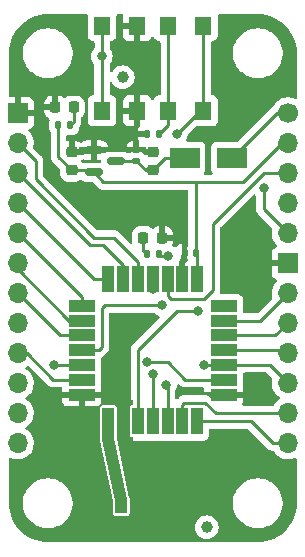
<source format=gtl>
G04 #@! TF.GenerationSoftware,KiCad,Pcbnew,(6.0.6)*
G04 #@! TF.CreationDate,2022-10-28T15:12:27+11:00*
G04 #@! TF.ProjectId,CE-LoRa-E5-Breakout-Module,43452d4c-6f52-4612-9d45-352d42726561,rev?*
G04 #@! TF.SameCoordinates,Original*
G04 #@! TF.FileFunction,Copper,L1,Top*
G04 #@! TF.FilePolarity,Positive*
%FSLAX46Y46*%
G04 Gerber Fmt 4.6, Leading zero omitted, Abs format (unit mm)*
G04 Created by KiCad (PCBNEW (6.0.6)) date 2022-10-28 15:12:27*
%MOMM*%
%LPD*%
G01*
G04 APERTURE LIST*
G04 Aperture macros list*
%AMRoundRect*
0 Rectangle with rounded corners*
0 $1 Rounding radius*
0 $2 $3 $4 $5 $6 $7 $8 $9 X,Y pos of 4 corners*
0 Add a 4 corners polygon primitive as box body*
4,1,4,$2,$3,$4,$5,$6,$7,$8,$9,$2,$3,0*
0 Add four circle primitives for the rounded corners*
1,1,$1+$1,$2,$3*
1,1,$1+$1,$4,$5*
1,1,$1+$1,$6,$7*
1,1,$1+$1,$8,$9*
0 Add four rect primitives between the rounded corners*
20,1,$1+$1,$2,$3,$4,$5,0*
20,1,$1+$1,$4,$5,$6,$7,0*
20,1,$1+$1,$6,$7,$8,$9,0*
20,1,$1+$1,$8,$9,$2,$3,0*%
G04 Aperture macros list end*
G04 #@! TA.AperFunction,ComponentPad*
%ADD10R,1.700000X1.700000*%
G04 #@! TD*
G04 #@! TA.AperFunction,ComponentPad*
%ADD11O,1.700000X1.700000*%
G04 #@! TD*
G04 #@! TA.AperFunction,ComponentPad*
%ADD12C,1.700000*%
G04 #@! TD*
G04 #@! TA.AperFunction,SMDPad,CuDef*
%ADD13RoundRect,0.135000X0.135000X0.185000X-0.135000X0.185000X-0.135000X-0.185000X0.135000X-0.185000X0*%
G04 #@! TD*
G04 #@! TA.AperFunction,SMDPad,CuDef*
%ADD14RoundRect,0.218750X0.218750X0.256250X-0.218750X0.256250X-0.218750X-0.256250X0.218750X-0.256250X0*%
G04 #@! TD*
G04 #@! TA.AperFunction,SMDPad,CuDef*
%ADD15C,1.000000*%
G04 #@! TD*
G04 #@! TA.AperFunction,SMDPad,CuDef*
%ADD16RoundRect,0.150000X-0.587500X-0.150000X0.587500X-0.150000X0.587500X0.150000X-0.587500X0.150000X0*%
G04 #@! TD*
G04 #@! TA.AperFunction,SMDPad,CuDef*
%ADD17RoundRect,0.140000X0.170000X-0.140000X0.170000X0.140000X-0.170000X0.140000X-0.170000X-0.140000X0*%
G04 #@! TD*
G04 #@! TA.AperFunction,SMDPad,CuDef*
%ADD18RoundRect,0.225000X0.250000X-0.225000X0.250000X0.225000X-0.250000X0.225000X-0.250000X-0.225000X0*%
G04 #@! TD*
G04 #@! TA.AperFunction,SMDPad,CuDef*
%ADD19R,1.000000X2.300000*%
G04 #@! TD*
G04 #@! TA.AperFunction,SMDPad,CuDef*
%ADD20R,2.300000X1.000000*%
G04 #@! TD*
G04 #@! TA.AperFunction,SMDPad,CuDef*
%ADD21R,1.000000X1.050000*%
G04 #@! TD*
G04 #@! TA.AperFunction,SMDPad,CuDef*
%ADD22R,1.050000X2.200000*%
G04 #@! TD*
G04 #@! TA.AperFunction,SMDPad,CuDef*
%ADD23RoundRect,0.135000X-0.135000X-0.185000X0.135000X-0.185000X0.135000X0.185000X-0.135000X0.185000X0*%
G04 #@! TD*
G04 #@! TA.AperFunction,SMDPad,CuDef*
%ADD24R,1.400000X1.600000*%
G04 #@! TD*
G04 #@! TA.AperFunction,SMDPad,CuDef*
%ADD25RoundRect,0.140000X0.140000X0.170000X-0.140000X0.170000X-0.140000X-0.170000X0.140000X-0.170000X0*%
G04 #@! TD*
G04 #@! TA.AperFunction,SMDPad,CuDef*
%ADD26R,2.500000X1.800000*%
G04 #@! TD*
G04 #@! TA.AperFunction,SMDPad,CuDef*
%ADD27RoundRect,0.218750X-0.218750X-0.256250X0.218750X-0.256250X0.218750X0.256250X-0.218750X0.256250X0*%
G04 #@! TD*
G04 #@! TA.AperFunction,ViaPad*
%ADD28C,0.800000*%
G04 #@! TD*
G04 #@! TA.AperFunction,Conductor*
%ADD29C,0.250000*%
G04 #@! TD*
G04 #@! TA.AperFunction,Conductor*
%ADD30C,1.045000*%
G04 #@! TD*
G04 APERTURE END LIST*
D10*
X116845000Y-81083000D03*
D11*
X116845000Y-83623000D03*
X116845000Y-86163000D03*
X116845000Y-88703000D03*
X116845000Y-91243000D03*
X116845000Y-93783000D03*
X116845000Y-96323000D03*
X116845000Y-98863000D03*
X116845000Y-101403000D03*
X116845000Y-103943000D03*
X116845000Y-106483000D03*
X116845000Y-109023000D03*
D12*
X139705000Y-81083000D03*
D11*
X139705000Y-83623000D03*
X139705000Y-86163000D03*
X139705000Y-88703000D03*
X139705000Y-91243000D03*
D10*
X139705000Y-93783000D03*
D11*
X139705000Y-96323000D03*
X139705000Y-98863000D03*
X139705000Y-101403000D03*
X139705000Y-103943000D03*
X139705000Y-106483000D03*
X139705000Y-109023000D03*
D13*
X128785000Y-82866000D03*
X127765000Y-82866000D03*
D14*
X129062500Y-91629000D03*
X127487500Y-91629000D03*
D13*
X121292000Y-82104000D03*
X120272000Y-82104000D03*
D15*
X132847000Y-116140000D03*
D16*
X123273500Y-84202000D03*
X123273500Y-86102000D03*
X125148500Y-85152000D03*
D17*
X126878000Y-85124000D03*
X126878000Y-84164000D03*
D18*
X121417000Y-85927000D03*
X121417000Y-84377000D03*
D19*
X132025000Y-95154000D03*
X130775000Y-95154000D03*
X129525000Y-95154000D03*
X128275000Y-95154000D03*
X127025000Y-95154000D03*
X125775000Y-95154000D03*
X124525000Y-95154000D03*
D20*
X122275000Y-97404000D03*
X122275000Y-98654000D03*
X122275000Y-99904000D03*
X122275000Y-101154000D03*
X122275000Y-102404000D03*
X122275000Y-103654000D03*
X122275000Y-104904000D03*
D19*
X124525000Y-107154000D03*
X125775000Y-107154000D03*
X127025000Y-107154000D03*
X128275000Y-107154000D03*
X129525000Y-107154000D03*
X130775000Y-107154000D03*
X132025000Y-107154000D03*
D20*
X134275000Y-104904000D03*
X134275000Y-103654000D03*
X134275000Y-102404000D03*
X134275000Y-101154000D03*
X134275000Y-99904000D03*
X134275000Y-98654000D03*
X134275000Y-97404000D03*
D21*
X125608000Y-114455000D03*
D22*
X124133000Y-115980000D03*
X127083000Y-115980000D03*
D23*
X127765000Y-93026000D03*
X128785000Y-93026000D03*
D24*
X123981000Y-80878000D03*
X123981000Y-73678000D03*
X126981000Y-73678000D03*
X126981000Y-80878000D03*
D18*
X128275000Y-85927000D03*
X128275000Y-84377000D03*
D24*
X132569000Y-73678000D03*
X132569000Y-80878000D03*
X129569000Y-80878000D03*
X129569000Y-73678000D03*
D15*
X125735000Y-78040000D03*
D25*
X131930000Y-92899000D03*
X130970000Y-92899000D03*
D26*
X130974000Y-84898000D03*
X134974000Y-84898000D03*
D27*
X119994500Y-80580000D03*
X121569500Y-80580000D03*
D28*
X134117000Y-82739000D03*
X123830000Y-82739000D03*
X122687000Y-82739000D03*
X125227000Y-98614000D03*
X119893000Y-102424000D03*
X132593000Y-102424000D03*
X130307000Y-82866000D03*
X136149000Y-104964000D03*
X125227000Y-90486000D03*
X132085000Y-97852000D03*
X123957000Y-76262000D03*
X137673000Y-87438000D03*
X124338000Y-105345000D03*
X123787666Y-110848333D03*
X126877998Y-113981000D03*
X125608000Y-115759000D03*
X124464998Y-113981000D03*
X125862000Y-109282000D03*
X123322000Y-106361000D03*
X126200666Y-110848333D03*
X123449000Y-109282000D03*
X124126332Y-112414666D03*
X126539332Y-112414666D03*
X125735000Y-105345000D03*
X123322000Y-107885000D03*
X127767000Y-102170000D03*
X128275000Y-103186000D03*
X129418000Y-104075000D03*
X129545000Y-93153000D03*
X129037000Y-97344000D03*
X128275000Y-95947000D03*
D29*
X128275000Y-95154000D02*
X128275000Y-95947000D01*
X129545000Y-102170000D02*
X131029000Y-103654000D01*
X131029000Y-103654000D02*
X134275000Y-103654000D01*
X127767000Y-102170000D02*
X129545000Y-102170000D01*
X119913000Y-102404000D02*
X122275000Y-102404000D01*
X119893000Y-102424000D02*
X119913000Y-102404000D01*
X117602000Y-101403000D02*
X119853000Y-103654000D01*
X119853000Y-103654000D02*
X122275000Y-103654000D01*
X116845000Y-101403000D02*
X117602000Y-101403000D01*
X123957000Y-97598000D02*
X124211000Y-97344000D01*
X123957000Y-100900000D02*
X123957000Y-97598000D01*
X123703000Y-101154000D02*
X123957000Y-100900000D01*
X124211000Y-97344000D02*
X129037000Y-97344000D01*
X122275000Y-101154000D02*
X123703000Y-101154000D01*
X132295000Y-80878000D02*
X132569000Y-80878000D01*
X130307000Y-82866000D02*
X132295000Y-80878000D01*
X134255000Y-102424000D02*
X134275000Y-102404000D01*
X132593000Y-102424000D02*
X134255000Y-102424000D01*
X129569000Y-73678000D02*
X129569000Y-80878000D01*
X132569000Y-73678000D02*
X132569000Y-80878000D01*
X129569000Y-82082000D02*
X128785000Y-82866000D01*
X129569000Y-80878000D02*
X129569000Y-82082000D01*
X123981000Y-80048000D02*
X123981000Y-80878000D01*
X123957000Y-80024000D02*
X123981000Y-80048000D01*
X123957000Y-76262000D02*
X123957000Y-80024000D01*
X124973000Y-91629000D02*
X127025000Y-93681000D01*
X118369000Y-85147000D02*
X118369000Y-86676000D01*
X118369000Y-86676000D02*
X123322000Y-91629000D01*
X123322000Y-91629000D02*
X124973000Y-91629000D01*
X116845000Y-83623000D02*
X118369000Y-85147000D01*
X127025000Y-93681000D02*
X127025000Y-95154000D01*
X131930000Y-92899000D02*
X131930000Y-87029000D01*
X131930000Y-87029000D02*
X131831000Y-86930000D01*
X131831000Y-86930000D02*
X135895000Y-86930000D01*
X124101500Y-86930000D02*
X123273500Y-86102000D01*
X135895000Y-86930000D02*
X124101500Y-86930000D01*
X135895000Y-86930000D02*
X139202000Y-83623000D01*
X130307000Y-97852000D02*
X132085000Y-97852000D01*
X127025000Y-101134000D02*
X130307000Y-97852000D01*
X127025000Y-107154000D02*
X127025000Y-101134000D01*
X133355000Y-96074000D02*
X132593000Y-96836000D01*
X132593000Y-96836000D02*
X129799000Y-96836000D01*
X129799000Y-96836000D02*
X129525000Y-96562000D01*
X133355000Y-90486000D02*
X133355000Y-96074000D01*
X137678000Y-86163000D02*
X133355000Y-90486000D01*
X129525000Y-96562000D02*
X129525000Y-95154000D01*
X139705000Y-86163000D02*
X137678000Y-86163000D01*
X139202000Y-83623000D02*
X139705000Y-83623000D01*
X123981000Y-80878000D02*
X123981000Y-73678000D01*
X139705000Y-91243000D02*
X137673000Y-89211000D01*
X137673000Y-89211000D02*
X137673000Y-87438000D01*
D30*
X124525000Y-108647000D02*
X125608000Y-113854000D01*
X125608000Y-113854000D02*
X125608000Y-114455000D01*
X124525000Y-107154000D02*
X124525000Y-108647000D01*
D29*
X123098500Y-84377000D02*
X123273500Y-84202000D01*
X123311500Y-84164000D02*
X123273500Y-84202000D01*
X128062000Y-84164000D02*
X126878000Y-84164000D01*
X126878000Y-84164000D02*
X123311500Y-84164000D01*
X121417000Y-84377000D02*
X123098500Y-84377000D01*
X128275000Y-84377000D02*
X128062000Y-84164000D01*
X130775000Y-93094000D02*
X130775000Y-95154000D01*
X130970000Y-92899000D02*
X130775000Y-93094000D01*
X125148500Y-85152000D02*
X126850000Y-85152000D01*
X130974000Y-84898000D02*
X129304000Y-84898000D01*
X127681000Y-85927000D02*
X128275000Y-85927000D01*
X126850000Y-85152000D02*
X126878000Y-85124000D01*
X126878000Y-85124000D02*
X127681000Y-85927000D01*
X129304000Y-84898000D02*
X128275000Y-85927000D01*
X131930000Y-92899000D02*
X132025000Y-92994000D01*
X132025000Y-92994000D02*
X132025000Y-95154000D01*
X120272000Y-82104000D02*
X120272000Y-84782000D01*
X121417000Y-85927000D02*
X123098500Y-85927000D01*
X123098500Y-85927000D02*
X123273500Y-86102000D01*
X120272000Y-84782000D02*
X121417000Y-85927000D01*
X121569500Y-80580000D02*
X121569500Y-81826500D01*
X121569500Y-81826500D02*
X121292000Y-82104000D01*
X127487500Y-92748500D02*
X127487500Y-91629000D01*
X127765000Y-93026000D02*
X127487500Y-92748500D01*
X139705000Y-81083000D02*
X138789000Y-81083000D01*
X138789000Y-81083000D02*
X134974000Y-84898000D01*
X122941000Y-92264000D02*
X124084000Y-92264000D01*
X125775000Y-93955000D02*
X125775000Y-95154000D01*
X116845000Y-86168000D02*
X122941000Y-92264000D01*
X116845000Y-86163000D02*
X116845000Y-86168000D01*
X124084000Y-92264000D02*
X125775000Y-93955000D01*
X124525000Y-95154000D02*
X123296000Y-95154000D01*
X123296000Y-95154000D02*
X116845000Y-88703000D01*
X122275000Y-97404000D02*
X122275000Y-96673000D01*
X122275000Y-96673000D02*
X116845000Y-91243000D01*
X116845000Y-94296000D02*
X116845000Y-93783000D01*
X122275000Y-98654000D02*
X121203000Y-98654000D01*
X121203000Y-98654000D02*
X116845000Y-94296000D01*
X120426000Y-99904000D02*
X116845000Y-96323000D01*
X122275000Y-99904000D02*
X120426000Y-99904000D01*
X128275000Y-103186000D02*
X128275000Y-107154000D01*
X129525000Y-104182000D02*
X129525000Y-107154000D01*
X129418000Y-104075000D02*
X129525000Y-104182000D01*
X128912000Y-93153000D02*
X128785000Y-93026000D01*
X129545000Y-93153000D02*
X128912000Y-93153000D01*
X138166000Y-102404000D02*
X134275000Y-102404000D01*
X139705000Y-103943000D02*
X138166000Y-102404000D01*
X132720000Y-105599000D02*
X133604000Y-106483000D01*
X130942000Y-105599000D02*
X132720000Y-105599000D01*
X130775000Y-105766000D02*
X130942000Y-105599000D01*
X133604000Y-106483000D02*
X139705000Y-106483000D01*
X130775000Y-107154000D02*
X130775000Y-105766000D01*
X138430000Y-109023000D02*
X139705000Y-109023000D01*
X136561000Y-107154000D02*
X138430000Y-109023000D01*
X132025000Y-107154000D02*
X136561000Y-107154000D01*
X139456000Y-101154000D02*
X134275000Y-101154000D01*
X139705000Y-101403000D02*
X139456000Y-101154000D01*
X138664000Y-99904000D02*
X134275000Y-99904000D01*
X139705000Y-98863000D02*
X138664000Y-99904000D01*
X137374000Y-98654000D02*
X134275000Y-98654000D01*
X139705000Y-96323000D02*
X137374000Y-98654000D01*
G04 #@! TA.AperFunction,Conductor*
G36*
X128396921Y-97997502D02*
G01*
X128416147Y-98013843D01*
X128416420Y-98013540D01*
X128421332Y-98017963D01*
X128425747Y-98022866D01*
X128580248Y-98135118D01*
X128586276Y-98137802D01*
X128586278Y-98137803D01*
X128748681Y-98210109D01*
X128754712Y-98212794D01*
X128761170Y-98214167D01*
X128761171Y-98214167D01*
X128771493Y-98216361D01*
X128833967Y-98250088D01*
X128868289Y-98312237D01*
X128863563Y-98383076D01*
X128834393Y-98428703D01*
X126632747Y-100630348D01*
X126624461Y-100637888D01*
X126617982Y-100642000D01*
X126612557Y-100647777D01*
X126571357Y-100691651D01*
X126568602Y-100694493D01*
X126548865Y-100714230D01*
X126546385Y-100717427D01*
X126538682Y-100726447D01*
X126508414Y-100758679D01*
X126504595Y-100765625D01*
X126504593Y-100765628D01*
X126498652Y-100776434D01*
X126487801Y-100792953D01*
X126475386Y-100808959D01*
X126472241Y-100816228D01*
X126472238Y-100816232D01*
X126457826Y-100849537D01*
X126452609Y-100860187D01*
X126431305Y-100898940D01*
X126429334Y-100906615D01*
X126429334Y-100906616D01*
X126426267Y-100918562D01*
X126419863Y-100937266D01*
X126411819Y-100955855D01*
X126410580Y-100963678D01*
X126410577Y-100963688D01*
X126404901Y-100999524D01*
X126402495Y-101011144D01*
X126391500Y-101053970D01*
X126391500Y-101074224D01*
X126389949Y-101093934D01*
X126386780Y-101113943D01*
X126387526Y-101121835D01*
X126390941Y-101157961D01*
X126391500Y-101169819D01*
X126391500Y-105345000D01*
X123933000Y-105345000D01*
X123933000Y-105176115D01*
X123928525Y-105160876D01*
X123927135Y-105159671D01*
X123919452Y-105158000D01*
X122547115Y-105158000D01*
X122531876Y-105162475D01*
X122530671Y-105163865D01*
X122529000Y-105171548D01*
X122529000Y-105893884D01*
X122533475Y-105909123D01*
X122534865Y-105910328D01*
X122542548Y-105911999D01*
X122941000Y-105911999D01*
X122941000Y-117409500D01*
X119434367Y-117409500D01*
X119414982Y-117408000D01*
X119400149Y-117405690D01*
X119400145Y-117405690D01*
X119391276Y-117404309D01*
X119372564Y-117406756D01*
X119349634Y-117407647D01*
X119046497Y-117391760D01*
X119033383Y-117390382D01*
X118705102Y-117338387D01*
X118692202Y-117335645D01*
X118371154Y-117249621D01*
X118358618Y-117245547D01*
X118087532Y-117141487D01*
X118048328Y-117126438D01*
X118036280Y-117121074D01*
X117740133Y-116970180D01*
X117728712Y-116963586D01*
X117449960Y-116782563D01*
X117439290Y-116774810D01*
X117180996Y-116565648D01*
X117171195Y-116556823D01*
X116936177Y-116321805D01*
X116927352Y-116312004D01*
X116718190Y-116053710D01*
X116710437Y-116043040D01*
X116529414Y-115764288D01*
X116522820Y-115752867D01*
X116371926Y-115456720D01*
X116366562Y-115444672D01*
X116324878Y-115336081D01*
X116247453Y-115134382D01*
X116243379Y-115121846D01*
X116157355Y-114800798D01*
X116154613Y-114787898D01*
X116102618Y-114459617D01*
X116101240Y-114446501D01*
X116090454Y-114240703D01*
X117275743Y-114240703D01*
X117313268Y-114525734D01*
X117389129Y-114803036D01*
X117390813Y-114806984D01*
X117483685Y-115024717D01*
X117501923Y-115067476D01*
X117554035Y-115154549D01*
X117643243Y-115303604D01*
X117649561Y-115314161D01*
X117829313Y-115538528D01*
X118037851Y-115736423D01*
X118271317Y-115904186D01*
X118275112Y-115906195D01*
X118275113Y-115906196D01*
X118296869Y-115917715D01*
X118525392Y-116038712D01*
X118553609Y-116049038D01*
X118763817Y-116125963D01*
X118795373Y-116137511D01*
X119076264Y-116198755D01*
X119104841Y-116201004D01*
X119299282Y-116216307D01*
X119299291Y-116216307D01*
X119301739Y-116216500D01*
X119457271Y-116216500D01*
X119459407Y-116216354D01*
X119459418Y-116216354D01*
X119667548Y-116202165D01*
X119667554Y-116202164D01*
X119671825Y-116201873D01*
X119676020Y-116201004D01*
X119676022Y-116201004D01*
X119852071Y-116164546D01*
X119953342Y-116143574D01*
X120224343Y-116047607D01*
X120479812Y-115915750D01*
X120483313Y-115913289D01*
X120483317Y-115913287D01*
X120597417Y-115833096D01*
X120715023Y-115750441D01*
X120925622Y-115554740D01*
X121107713Y-115332268D01*
X121257927Y-115087142D01*
X121373483Y-114823898D01*
X121452244Y-114547406D01*
X121492751Y-114262784D01*
X121492845Y-114244951D01*
X121494235Y-113979583D01*
X121494235Y-113979576D01*
X121494257Y-113975297D01*
X121478885Y-113858531D01*
X121471589Y-113803118D01*
X121456732Y-113690266D01*
X121380871Y-113412964D01*
X121268077Y-113148524D01*
X121120439Y-112901839D01*
X120940687Y-112677472D01*
X120732149Y-112479577D01*
X120498683Y-112311814D01*
X120476843Y-112300250D01*
X120453654Y-112287972D01*
X120244608Y-112177288D01*
X119974627Y-112078489D01*
X119693736Y-112017245D01*
X119662685Y-112014801D01*
X119470718Y-111999693D01*
X119470709Y-111999693D01*
X119468261Y-111999500D01*
X119312729Y-111999500D01*
X119310593Y-111999646D01*
X119310582Y-111999646D01*
X119102452Y-112013835D01*
X119102446Y-112013836D01*
X119098175Y-112014127D01*
X119093980Y-112014996D01*
X119093978Y-112014996D01*
X118957416Y-112043277D01*
X118816658Y-112072426D01*
X118545657Y-112168393D01*
X118290188Y-112300250D01*
X118286687Y-112302711D01*
X118286683Y-112302713D01*
X118276594Y-112309804D01*
X118054977Y-112465559D01*
X117844378Y-112661260D01*
X117662287Y-112883732D01*
X117512073Y-113128858D01*
X117396517Y-113392102D01*
X117317756Y-113668594D01*
X117277249Y-113953216D01*
X117277227Y-113957505D01*
X117277226Y-113957512D01*
X117276195Y-114154416D01*
X117275743Y-114240703D01*
X116090454Y-114240703D01*
X116085932Y-114154413D01*
X116087506Y-114126910D01*
X116087770Y-114125341D01*
X116088576Y-114120552D01*
X116088729Y-114108000D01*
X116084773Y-114080376D01*
X116083500Y-114062514D01*
X116083500Y-110369305D01*
X116103502Y-110301184D01*
X116157158Y-110254691D01*
X116227432Y-110244587D01*
X116255684Y-110253165D01*
X116256000Y-110252338D01*
X116464692Y-110332030D01*
X116469760Y-110333061D01*
X116469763Y-110333062D01*
X116577017Y-110354883D01*
X116683597Y-110376567D01*
X116688772Y-110376757D01*
X116688774Y-110376757D01*
X116901673Y-110384564D01*
X116901677Y-110384564D01*
X116906837Y-110384753D01*
X116911957Y-110384097D01*
X116911959Y-110384097D01*
X117123288Y-110357025D01*
X117123289Y-110357025D01*
X117128416Y-110356368D01*
X117133366Y-110354883D01*
X117337429Y-110293661D01*
X117337434Y-110293659D01*
X117342384Y-110292174D01*
X117542994Y-110193896D01*
X117724860Y-110064173D01*
X117883096Y-109906489D01*
X117942594Y-109823689D01*
X118010435Y-109729277D01*
X118013453Y-109725077D01*
X118044851Y-109661549D01*
X118110136Y-109529453D01*
X118110137Y-109529451D01*
X118112430Y-109524811D01*
X118177370Y-109311069D01*
X118206529Y-109089590D01*
X118208156Y-109023000D01*
X118189852Y-108800361D01*
X118135431Y-108583702D01*
X118046354Y-108378840D01*
X117925014Y-108191277D01*
X117774670Y-108026051D01*
X117770619Y-108022852D01*
X117770615Y-108022848D01*
X117603414Y-107890800D01*
X117603410Y-107890798D01*
X117599359Y-107887598D01*
X117558053Y-107864796D01*
X117508084Y-107814364D01*
X117493312Y-107744921D01*
X117518428Y-107678516D01*
X117545780Y-107651909D01*
X117606500Y-107608598D01*
X117724860Y-107524173D01*
X117883096Y-107366489D01*
X118013453Y-107185077D01*
X118017611Y-107176665D01*
X118110136Y-106989453D01*
X118110137Y-106989451D01*
X118112430Y-106984811D01*
X118177370Y-106771069D01*
X118206529Y-106549590D01*
X118208156Y-106483000D01*
X118189852Y-106260361D01*
X118135431Y-106043702D01*
X118046354Y-105838840D01*
X117983317Y-105741400D01*
X117927822Y-105655617D01*
X117927820Y-105655614D01*
X117925014Y-105651277D01*
X117774670Y-105486051D01*
X117770619Y-105482852D01*
X117770615Y-105482848D01*
X117727337Y-105448669D01*
X120617001Y-105448669D01*
X120617371Y-105455490D01*
X120622895Y-105506352D01*
X120626521Y-105521604D01*
X120671676Y-105642054D01*
X120680214Y-105657649D01*
X120756715Y-105759724D01*
X120769276Y-105772285D01*
X120871351Y-105848786D01*
X120886946Y-105857324D01*
X121007394Y-105902478D01*
X121022649Y-105906105D01*
X121073514Y-105911631D01*
X121080328Y-105912000D01*
X122002885Y-105912000D01*
X122018124Y-105907525D01*
X122019329Y-105906135D01*
X122021000Y-105898452D01*
X122021000Y-105176115D01*
X122016525Y-105160876D01*
X122015135Y-105159671D01*
X122007452Y-105158000D01*
X120635116Y-105158000D01*
X120619877Y-105162475D01*
X120618672Y-105163865D01*
X120617001Y-105171548D01*
X120617001Y-105448669D01*
X117727337Y-105448669D01*
X117603414Y-105350800D01*
X117603410Y-105350798D01*
X117599359Y-105347598D01*
X117558053Y-105324796D01*
X117508084Y-105274364D01*
X117493312Y-105204921D01*
X117518428Y-105138516D01*
X117545780Y-105111909D01*
X117610931Y-105065437D01*
X117724860Y-104984173D01*
X117730151Y-104978901D01*
X117879435Y-104830137D01*
X117883096Y-104826489D01*
X117942594Y-104743689D01*
X118010435Y-104649277D01*
X118013453Y-104645077D01*
X118033451Y-104604615D01*
X118110136Y-104449453D01*
X118110137Y-104449451D01*
X118112430Y-104444811D01*
X118158313Y-104293793D01*
X118175865Y-104236023D01*
X118175865Y-104236021D01*
X118177370Y-104231069D01*
X118206529Y-104009590D01*
X118208156Y-103943000D01*
X118189852Y-103720361D01*
X118135431Y-103503702D01*
X118046354Y-103298840D01*
X117979300Y-103195190D01*
X117927822Y-103115617D01*
X117927820Y-103115614D01*
X117925014Y-103111277D01*
X117774670Y-102946051D01*
X117770619Y-102942852D01*
X117770615Y-102942848D01*
X117603414Y-102810800D01*
X117603410Y-102810798D01*
X117599359Y-102807598D01*
X117558053Y-102784796D01*
X117508084Y-102734364D01*
X117493312Y-102664921D01*
X117518428Y-102598516D01*
X117545779Y-102571910D01*
X117651100Y-102496785D01*
X117718174Y-102473511D01*
X117787182Y-102490194D01*
X117813364Y-102510268D01*
X119349348Y-104046253D01*
X119356888Y-104054539D01*
X119361000Y-104061018D01*
X119366777Y-104066443D01*
X119410651Y-104107643D01*
X119413493Y-104110398D01*
X119433230Y-104130135D01*
X119436427Y-104132615D01*
X119445447Y-104140318D01*
X119477679Y-104170586D01*
X119484625Y-104174405D01*
X119484628Y-104174407D01*
X119495434Y-104180348D01*
X119511953Y-104191199D01*
X119527959Y-104203614D01*
X119535228Y-104206759D01*
X119535232Y-104206762D01*
X119568537Y-104221174D01*
X119579187Y-104226391D01*
X119617940Y-104247695D01*
X119625615Y-104249666D01*
X119625616Y-104249666D01*
X119637562Y-104252733D01*
X119656267Y-104259137D01*
X119674855Y-104267181D01*
X119682678Y-104268420D01*
X119682688Y-104268423D01*
X119718524Y-104274099D01*
X119730144Y-104276505D01*
X119765289Y-104285528D01*
X119772970Y-104287500D01*
X119793224Y-104287500D01*
X119812934Y-104289051D01*
X119832943Y-104292220D01*
X119840835Y-104291474D01*
X119876961Y-104288059D01*
X119888819Y-104287500D01*
X120491000Y-104287500D01*
X120559121Y-104307502D01*
X120605614Y-104361158D01*
X120617000Y-104413500D01*
X120617000Y-104631885D01*
X120621475Y-104647124D01*
X120622865Y-104648329D01*
X120630548Y-104650000D01*
X120980014Y-104650000D01*
X121008165Y-104653301D01*
X121014684Y-104655745D01*
X121022532Y-104656598D01*
X121022534Y-104656598D01*
X121073469Y-104662131D01*
X121076866Y-104662500D01*
X123473134Y-104662500D01*
X123476531Y-104662131D01*
X123527466Y-104656598D01*
X123527468Y-104656598D01*
X123535316Y-104655745D01*
X123541835Y-104653301D01*
X123569986Y-104650000D01*
X123914884Y-104650000D01*
X123930123Y-104645525D01*
X123931328Y-104644135D01*
X123932999Y-104636452D01*
X123932999Y-104359331D01*
X123932629Y-104352510D01*
X123926252Y-104293793D01*
X123928998Y-104293495D01*
X123928940Y-104264554D01*
X123926745Y-104264316D01*
X123933131Y-104205531D01*
X123933500Y-104202134D01*
X123933500Y-103105866D01*
X123926745Y-103043684D01*
X123929174Y-103043420D01*
X123929174Y-103014580D01*
X123926745Y-103014316D01*
X123933131Y-102955531D01*
X123933500Y-102952134D01*
X123933500Y-101855866D01*
X123932216Y-101844049D01*
X123944743Y-101774167D01*
X123996782Y-101720023D01*
X124003243Y-101716471D01*
X124010617Y-101713552D01*
X124017028Y-101708894D01*
X124017032Y-101708892D01*
X124046387Y-101687564D01*
X124056307Y-101681048D01*
X124087535Y-101662580D01*
X124087538Y-101662578D01*
X124094362Y-101658542D01*
X124108683Y-101644221D01*
X124123717Y-101631380D01*
X124133694Y-101624131D01*
X124140107Y-101619472D01*
X124168298Y-101585395D01*
X124176288Y-101576616D01*
X124349247Y-101403657D01*
X124357537Y-101396113D01*
X124364018Y-101392000D01*
X124410659Y-101342332D01*
X124413413Y-101339491D01*
X124433134Y-101319770D01*
X124435612Y-101316575D01*
X124443318Y-101307553D01*
X124468158Y-101281101D01*
X124473586Y-101275321D01*
X124483346Y-101257568D01*
X124494199Y-101241045D01*
X124501753Y-101231306D01*
X124506613Y-101225041D01*
X124524176Y-101184457D01*
X124529383Y-101173827D01*
X124550695Y-101135060D01*
X124552666Y-101127383D01*
X124552668Y-101127378D01*
X124555732Y-101115442D01*
X124562138Y-101096730D01*
X124564652Y-101090922D01*
X124570181Y-101078145D01*
X124571421Y-101070317D01*
X124571423Y-101070310D01*
X124577099Y-101034476D01*
X124579505Y-101022856D01*
X124588528Y-100987711D01*
X124588528Y-100987710D01*
X124590500Y-100980030D01*
X124590500Y-100959776D01*
X124592051Y-100940065D01*
X124593980Y-100927886D01*
X124595220Y-100920057D01*
X124591059Y-100876038D01*
X124590500Y-100864181D01*
X124590500Y-98103500D01*
X124610502Y-98035379D01*
X124664158Y-97988886D01*
X124716500Y-97977500D01*
X128328800Y-97977500D01*
X128396921Y-97997502D01*
G37*
G04 #@! TD.AperFunction*
G04 #@! TA.AperFunction,Conductor*
G36*
X136314527Y-107807502D02*
G01*
X136335501Y-107824405D01*
X137926343Y-109415247D01*
X137933887Y-109423537D01*
X137938000Y-109430018D01*
X137943777Y-109435443D01*
X137987667Y-109476658D01*
X137990509Y-109479413D01*
X138010230Y-109499134D01*
X138013425Y-109501612D01*
X138022447Y-109509318D01*
X138054679Y-109539586D01*
X138061628Y-109543406D01*
X138072432Y-109549346D01*
X138088956Y-109560199D01*
X138104959Y-109572613D01*
X138145543Y-109590176D01*
X138156173Y-109595383D01*
X138194940Y-109616695D01*
X138202617Y-109618666D01*
X138202622Y-109618668D01*
X138214558Y-109621732D01*
X138233266Y-109628137D01*
X138251855Y-109636181D01*
X138259683Y-109637421D01*
X138259690Y-109637423D01*
X138295524Y-109643099D01*
X138307144Y-109645505D01*
X138342289Y-109654528D01*
X138349970Y-109656500D01*
X138370224Y-109656500D01*
X138389934Y-109658051D01*
X138409943Y-109661220D01*
X138417835Y-109660474D01*
X138417836Y-109660474D01*
X138419412Y-109660325D01*
X138420636Y-109660562D01*
X138425758Y-109660723D01*
X138425732Y-109661549D01*
X138489113Y-109673824D01*
X138538708Y-109719930D01*
X138604987Y-109828088D01*
X138751250Y-109996938D01*
X138923126Y-110139632D01*
X139116000Y-110252338D01*
X139324692Y-110332030D01*
X139329760Y-110333061D01*
X139329763Y-110333062D01*
X139437017Y-110354883D01*
X139543597Y-110376567D01*
X139548772Y-110376757D01*
X139548774Y-110376757D01*
X139761673Y-110384564D01*
X139761677Y-110384564D01*
X139766837Y-110384753D01*
X139771957Y-110384097D01*
X139771959Y-110384097D01*
X139983288Y-110357025D01*
X139983289Y-110357025D01*
X139988416Y-110356368D01*
X139993366Y-110354883D01*
X140197429Y-110293661D01*
X140197434Y-110293659D01*
X140202384Y-110292174D01*
X140285070Y-110251666D01*
X140355041Y-110239660D01*
X140420398Y-110267390D01*
X140460388Y-110326052D01*
X140466500Y-110364818D01*
X140466500Y-114058633D01*
X140465000Y-114078018D01*
X140462690Y-114092851D01*
X140462690Y-114092855D01*
X140461309Y-114101724D01*
X140463136Y-114115693D01*
X140463756Y-114120433D01*
X140464647Y-114143366D01*
X140448760Y-114446501D01*
X140447382Y-114459617D01*
X140395387Y-114787898D01*
X140392645Y-114800798D01*
X140306621Y-115121846D01*
X140302547Y-115134382D01*
X140225122Y-115336081D01*
X140183438Y-115444672D01*
X140178074Y-115456720D01*
X140027180Y-115752867D01*
X140020586Y-115764288D01*
X139839563Y-116043040D01*
X139831810Y-116053710D01*
X139622648Y-116312004D01*
X139613823Y-116321805D01*
X139378805Y-116556823D01*
X139369004Y-116565648D01*
X139110710Y-116774810D01*
X139100040Y-116782563D01*
X138821288Y-116963586D01*
X138809867Y-116970180D01*
X138513720Y-117121074D01*
X138501672Y-117126438D01*
X138462468Y-117141487D01*
X138191382Y-117245547D01*
X138178846Y-117249621D01*
X137857798Y-117335645D01*
X137844898Y-117338387D01*
X137516617Y-117390382D01*
X137503501Y-117391760D01*
X137469848Y-117393524D01*
X137207702Y-117407262D01*
X137181727Y-117405935D01*
X137180157Y-117405691D01*
X137180151Y-117405691D01*
X137171276Y-117404309D01*
X137162374Y-117405473D01*
X137162372Y-117405473D01*
X137147323Y-117407441D01*
X137139714Y-117408436D01*
X137123379Y-117409500D01*
X128529000Y-117409500D01*
X128529000Y-116125963D01*
X131841757Y-116125963D01*
X131858175Y-116321483D01*
X131912258Y-116510091D01*
X131915076Y-116515574D01*
X131999123Y-116679113D01*
X131999126Y-116679117D01*
X132001944Y-116684601D01*
X132123818Y-116838369D01*
X132273238Y-116965535D01*
X132278616Y-116968541D01*
X132278618Y-116968542D01*
X132314932Y-116988837D01*
X132444513Y-117061257D01*
X132631118Y-117121889D01*
X132825946Y-117145121D01*
X132832081Y-117144649D01*
X132832083Y-117144649D01*
X133015434Y-117130541D01*
X133015438Y-117130540D01*
X133021576Y-117130068D01*
X133210556Y-117077303D01*
X133385689Y-116988837D01*
X133415515Y-116965535D01*
X133535453Y-116871829D01*
X133540303Y-116868040D01*
X133570084Y-116833539D01*
X133664485Y-116724173D01*
X133664485Y-116724172D01*
X133668509Y-116719511D01*
X133765425Y-116548909D01*
X133827358Y-116362732D01*
X133851949Y-116168071D01*
X133852341Y-116140000D01*
X133833194Y-115944728D01*
X133831413Y-115938829D01*
X133831412Y-115938824D01*
X133778265Y-115762793D01*
X133776484Y-115756894D01*
X133684370Y-115583653D01*
X133560361Y-115431602D01*
X133409180Y-115306535D01*
X133236585Y-115213213D01*
X133142869Y-115184203D01*
X133055039Y-115157015D01*
X133055036Y-115157014D01*
X133049152Y-115155193D01*
X133043027Y-115154549D01*
X133043026Y-115154549D01*
X132860147Y-115135327D01*
X132860146Y-115135327D01*
X132854019Y-115134683D01*
X132731383Y-115145844D01*
X132664759Y-115151907D01*
X132664758Y-115151907D01*
X132658618Y-115152466D01*
X132652704Y-115154207D01*
X132652702Y-115154207D01*
X132523734Y-115192165D01*
X132470393Y-115207864D01*
X132464928Y-115210721D01*
X132301972Y-115295912D01*
X132301968Y-115295915D01*
X132296512Y-115298767D01*
X132291712Y-115302627D01*
X132291711Y-115302627D01*
X132281945Y-115310479D01*
X132143600Y-115421711D01*
X132017480Y-115572016D01*
X132014516Y-115577408D01*
X132014513Y-115577412D01*
X131935813Y-115720567D01*
X131922956Y-115743954D01*
X131921095Y-115749821D01*
X131921094Y-115749823D01*
X131893292Y-115837466D01*
X131863628Y-115930978D01*
X131841757Y-116125963D01*
X128529000Y-116125963D01*
X128529000Y-114240703D01*
X135055743Y-114240703D01*
X135093268Y-114525734D01*
X135169129Y-114803036D01*
X135170813Y-114806984D01*
X135263685Y-115024717D01*
X135281923Y-115067476D01*
X135334035Y-115154549D01*
X135423243Y-115303604D01*
X135429561Y-115314161D01*
X135609313Y-115538528D01*
X135817851Y-115736423D01*
X136051317Y-115904186D01*
X136055112Y-115906195D01*
X136055113Y-115906196D01*
X136076869Y-115917715D01*
X136305392Y-116038712D01*
X136333609Y-116049038D01*
X136543817Y-116125963D01*
X136575373Y-116137511D01*
X136856264Y-116198755D01*
X136884841Y-116201004D01*
X137079282Y-116216307D01*
X137079291Y-116216307D01*
X137081739Y-116216500D01*
X137237271Y-116216500D01*
X137239407Y-116216354D01*
X137239418Y-116216354D01*
X137447548Y-116202165D01*
X137447554Y-116202164D01*
X137451825Y-116201873D01*
X137456020Y-116201004D01*
X137456022Y-116201004D01*
X137632071Y-116164546D01*
X137733342Y-116143574D01*
X138004343Y-116047607D01*
X138259812Y-115915750D01*
X138263313Y-115913289D01*
X138263317Y-115913287D01*
X138377417Y-115833096D01*
X138495023Y-115750441D01*
X138705622Y-115554740D01*
X138887713Y-115332268D01*
X139037927Y-115087142D01*
X139153483Y-114823898D01*
X139232244Y-114547406D01*
X139272751Y-114262784D01*
X139272845Y-114244951D01*
X139274235Y-113979583D01*
X139274235Y-113979576D01*
X139274257Y-113975297D01*
X139258885Y-113858531D01*
X139251589Y-113803118D01*
X139236732Y-113690266D01*
X139160871Y-113412964D01*
X139048077Y-113148524D01*
X138900439Y-112901839D01*
X138720687Y-112677472D01*
X138512149Y-112479577D01*
X138278683Y-112311814D01*
X138256843Y-112300250D01*
X138233654Y-112287972D01*
X138024608Y-112177288D01*
X137754627Y-112078489D01*
X137473736Y-112017245D01*
X137442685Y-112014801D01*
X137250718Y-111999693D01*
X137250709Y-111999693D01*
X137248261Y-111999500D01*
X137092729Y-111999500D01*
X137090593Y-111999646D01*
X137090582Y-111999646D01*
X136882452Y-112013835D01*
X136882446Y-112013836D01*
X136878175Y-112014127D01*
X136873980Y-112014996D01*
X136873978Y-112014996D01*
X136737416Y-112043277D01*
X136596658Y-112072426D01*
X136325657Y-112168393D01*
X136070188Y-112300250D01*
X136066687Y-112302711D01*
X136066683Y-112302713D01*
X136056594Y-112309804D01*
X135834977Y-112465559D01*
X135624378Y-112661260D01*
X135442287Y-112883732D01*
X135292073Y-113128858D01*
X135176517Y-113392102D01*
X135097756Y-113668594D01*
X135057249Y-113953216D01*
X135057227Y-113957505D01*
X135057226Y-113957512D01*
X135056195Y-114154416D01*
X135055743Y-114240703D01*
X128529000Y-114240703D01*
X128529000Y-113473000D01*
X126624000Y-113473000D01*
X126624000Y-108812500D01*
X127573134Y-108812500D01*
X127635316Y-108805745D01*
X127635580Y-108808174D01*
X127664420Y-108808174D01*
X127664684Y-108805745D01*
X127726866Y-108812500D01*
X128823134Y-108812500D01*
X128885316Y-108805745D01*
X128885580Y-108808174D01*
X128914420Y-108808174D01*
X128914684Y-108805745D01*
X128976866Y-108812500D01*
X130073134Y-108812500D01*
X130135316Y-108805745D01*
X130135580Y-108808174D01*
X130164420Y-108808174D01*
X130164684Y-108805745D01*
X130226866Y-108812500D01*
X131323134Y-108812500D01*
X131385316Y-108805745D01*
X131385580Y-108808174D01*
X131414420Y-108808174D01*
X131414684Y-108805745D01*
X131476866Y-108812500D01*
X132573134Y-108812500D01*
X132635316Y-108805745D01*
X132771705Y-108754615D01*
X132888261Y-108667261D01*
X132975615Y-108550705D01*
X133026745Y-108414316D01*
X133033500Y-108352134D01*
X133033500Y-107913500D01*
X133053502Y-107845379D01*
X133107158Y-107798886D01*
X133159500Y-107787500D01*
X136246406Y-107787500D01*
X136314527Y-107807502D01*
G37*
G04 #@! TD.AperFunction*
G04 #@! TA.AperFunction,Conductor*
G36*
X137919527Y-103057502D02*
G01*
X137940501Y-103074405D01*
X138354778Y-103488682D01*
X138388804Y-103550994D01*
X138387100Y-103611448D01*
X138365989Y-103687570D01*
X138365441Y-103692700D01*
X138365440Y-103692704D01*
X138361933Y-103725522D01*
X138342251Y-103909695D01*
X138342548Y-103914848D01*
X138342548Y-103914851D01*
X138351782Y-104075000D01*
X138355110Y-104132715D01*
X138356247Y-104137761D01*
X138356248Y-104137767D01*
X138370754Y-104202134D01*
X138404222Y-104350639D01*
X138488266Y-104557616D01*
X138604987Y-104748088D01*
X138751250Y-104916938D01*
X138923126Y-105059632D01*
X138993595Y-105100811D01*
X138996445Y-105102476D01*
X139045169Y-105154114D01*
X139058240Y-105223897D01*
X139031509Y-105289669D01*
X138991055Y-105323027D01*
X138978607Y-105329507D01*
X138974474Y-105332610D01*
X138974471Y-105332612D01*
X138810818Y-105455486D01*
X138799965Y-105463635D01*
X138645629Y-105625138D01*
X138642715Y-105629410D01*
X138642714Y-105629411D01*
X138530095Y-105794504D01*
X138475184Y-105839507D01*
X138426007Y-105849500D01*
X135977382Y-105849500D01*
X135909261Y-105829498D01*
X135862768Y-105775842D01*
X135852664Y-105705568D01*
X135866862Y-105662992D01*
X135878321Y-105642061D01*
X135923478Y-105521606D01*
X135927105Y-105506351D01*
X135932631Y-105455486D01*
X135933000Y-105448672D01*
X135933000Y-105176115D01*
X135928525Y-105160876D01*
X135927135Y-105159671D01*
X135919452Y-105158000D01*
X133226857Y-105158000D01*
X133158736Y-105137998D01*
X133143529Y-105126512D01*
X133142583Y-105125678D01*
X133139770Y-105122865D01*
X133136573Y-105120385D01*
X133127551Y-105112680D01*
X133116685Y-105102476D01*
X133095321Y-105082414D01*
X133088375Y-105078595D01*
X133088372Y-105078593D01*
X133077566Y-105072652D01*
X133061047Y-105061801D01*
X133060583Y-105061441D01*
X133045041Y-105049386D01*
X133037772Y-105046241D01*
X133037768Y-105046238D01*
X133004463Y-105031826D01*
X132993813Y-105026609D01*
X132955060Y-105005305D01*
X132935437Y-105000267D01*
X132916734Y-104993863D01*
X132905420Y-104988967D01*
X132905419Y-104988967D01*
X132898145Y-104985819D01*
X132890322Y-104984580D01*
X132890312Y-104984577D01*
X132854476Y-104978901D01*
X132842856Y-104976495D01*
X132807711Y-104967472D01*
X132807710Y-104967472D01*
X132800030Y-104965500D01*
X132779776Y-104965500D01*
X132760065Y-104963949D01*
X132747886Y-104962020D01*
X132740057Y-104960780D01*
X132710786Y-104963547D01*
X132696039Y-104964941D01*
X132684181Y-104965500D01*
X131020768Y-104965500D01*
X131009585Y-104964973D01*
X131002092Y-104963298D01*
X130994166Y-104963547D01*
X130994165Y-104963547D01*
X130934002Y-104965438D01*
X130930044Y-104965500D01*
X130902144Y-104965500D01*
X130898154Y-104966004D01*
X130886320Y-104966936D01*
X130842111Y-104968326D01*
X130834495Y-104970539D01*
X130834493Y-104970539D01*
X130822652Y-104973979D01*
X130803293Y-104977988D01*
X130801983Y-104978154D01*
X130783203Y-104980526D01*
X130775837Y-104983442D01*
X130775831Y-104983444D01*
X130742098Y-104996800D01*
X130730868Y-105000645D01*
X130714828Y-105005305D01*
X130688407Y-105012981D01*
X130681584Y-105017016D01*
X130670966Y-105023295D01*
X130653213Y-105031992D01*
X130645568Y-105035019D01*
X130634383Y-105039448D01*
X130620705Y-105049386D01*
X130598612Y-105065437D01*
X130588695Y-105071951D01*
X130550638Y-105094458D01*
X130536314Y-105108782D01*
X130521287Y-105121617D01*
X130504893Y-105133528D01*
X130499840Y-105139636D01*
X130499838Y-105139638D01*
X130476708Y-105167598D01*
X130468718Y-105176378D01*
X130382749Y-105262347D01*
X130374463Y-105269888D01*
X130367982Y-105274000D01*
X130363970Y-105278272D01*
X130299579Y-105305919D01*
X130229554Y-105294213D01*
X130176974Y-105246507D01*
X130158500Y-105180825D01*
X130158500Y-104643176D01*
X130175381Y-104580176D01*
X130185864Y-104562020D01*
X130252527Y-104446556D01*
X130311542Y-104264928D01*
X130313353Y-104247695D01*
X130324787Y-104138911D01*
X130351800Y-104073254D01*
X130410022Y-104032625D01*
X130480967Y-104029922D01*
X130535810Y-104062286D01*
X130537000Y-104061018D01*
X130586651Y-104107643D01*
X130589493Y-104110398D01*
X130609230Y-104130135D01*
X130612427Y-104132615D01*
X130621447Y-104140318D01*
X130653679Y-104170586D01*
X130660625Y-104174405D01*
X130660628Y-104174407D01*
X130671434Y-104180348D01*
X130687953Y-104191199D01*
X130703959Y-104203614D01*
X130711228Y-104206759D01*
X130711232Y-104206762D01*
X130744537Y-104221174D01*
X130755187Y-104226391D01*
X130793940Y-104247695D01*
X130801615Y-104249666D01*
X130801616Y-104249666D01*
X130813562Y-104252733D01*
X130832267Y-104259137D01*
X130850855Y-104267181D01*
X130858678Y-104268420D01*
X130858688Y-104268423D01*
X130894524Y-104274099D01*
X130906144Y-104276505D01*
X130941289Y-104285528D01*
X130948970Y-104287500D01*
X130969224Y-104287500D01*
X130988934Y-104289051D01*
X131008943Y-104292220D01*
X131016835Y-104291474D01*
X131052961Y-104288059D01*
X131064819Y-104287500D01*
X132491000Y-104287500D01*
X132559121Y-104307502D01*
X132605614Y-104361158D01*
X132617000Y-104413500D01*
X132617000Y-104631885D01*
X132621475Y-104647124D01*
X132622865Y-104648329D01*
X132630548Y-104650000D01*
X132980014Y-104650000D01*
X133008165Y-104653301D01*
X133014684Y-104655745D01*
X133022532Y-104656598D01*
X133022534Y-104656598D01*
X133073469Y-104662131D01*
X133076866Y-104662500D01*
X135473134Y-104662500D01*
X135476531Y-104662131D01*
X135527466Y-104656598D01*
X135527468Y-104656598D01*
X135535316Y-104655745D01*
X135541835Y-104653301D01*
X135569986Y-104650000D01*
X135914884Y-104650000D01*
X135930123Y-104645525D01*
X135931328Y-104644135D01*
X135932999Y-104636452D01*
X135932999Y-104359331D01*
X135932629Y-104352510D01*
X135926252Y-104293793D01*
X135928998Y-104293495D01*
X135928940Y-104264554D01*
X135926745Y-104264316D01*
X135933131Y-104205531D01*
X135933500Y-104202134D01*
X135933500Y-103163500D01*
X135953502Y-103095379D01*
X136007158Y-103048886D01*
X136059500Y-103037500D01*
X137851406Y-103037500D01*
X137919527Y-103057502D01*
G37*
G04 #@! TD.AperFunction*
G04 #@! TA.AperFunction,Conductor*
G36*
X136891707Y-87949363D02*
G01*
X136941311Y-87983108D01*
X137007137Y-88056215D01*
X137037853Y-88120220D01*
X137039500Y-88140524D01*
X137039500Y-89132233D01*
X137038973Y-89143416D01*
X137037298Y-89150909D01*
X137037547Y-89158835D01*
X137037547Y-89158836D01*
X137039438Y-89218986D01*
X137039500Y-89222945D01*
X137039500Y-89250856D01*
X137039997Y-89254790D01*
X137039997Y-89254791D01*
X137040005Y-89254856D01*
X137040938Y-89266693D01*
X137042327Y-89310889D01*
X137047978Y-89330339D01*
X137051987Y-89349700D01*
X137054526Y-89369797D01*
X137057445Y-89377168D01*
X137057445Y-89377170D01*
X137070804Y-89410912D01*
X137074649Y-89422142D01*
X137086982Y-89464593D01*
X137091015Y-89471412D01*
X137091017Y-89471417D01*
X137097293Y-89482028D01*
X137105988Y-89499776D01*
X137113448Y-89518617D01*
X137118110Y-89525033D01*
X137118110Y-89525034D01*
X137139436Y-89554387D01*
X137145952Y-89564307D01*
X137168458Y-89602362D01*
X137182779Y-89616683D01*
X137195619Y-89631716D01*
X137207528Y-89648107D01*
X137213634Y-89653158D01*
X137241605Y-89676298D01*
X137250384Y-89684288D01*
X138354777Y-90788682D01*
X138388803Y-90850994D01*
X138387100Y-90911446D01*
X138365989Y-90987570D01*
X138342251Y-91209695D01*
X138342548Y-91214848D01*
X138342548Y-91214851D01*
X138348011Y-91309590D01*
X138355110Y-91432715D01*
X138356247Y-91437761D01*
X138356248Y-91437767D01*
X138376119Y-91525939D01*
X138404222Y-91650639D01*
X138488266Y-91857616D01*
X138490965Y-91862020D01*
X138596956Y-92034982D01*
X138604987Y-92048088D01*
X138751250Y-92216938D01*
X138755225Y-92220238D01*
X138755231Y-92220244D01*
X138760425Y-92224556D01*
X138800059Y-92283460D01*
X138801555Y-92354441D01*
X138764439Y-92414962D01*
X138724168Y-92439480D01*
X138616946Y-92479676D01*
X138601351Y-92488214D01*
X138499276Y-92564715D01*
X138486715Y-92577276D01*
X138410214Y-92679351D01*
X138401676Y-92694946D01*
X138356522Y-92815394D01*
X138352895Y-92830649D01*
X138347369Y-92881514D01*
X138347000Y-92888328D01*
X138347000Y-93510885D01*
X138351475Y-93526124D01*
X138352865Y-93527329D01*
X138360548Y-93529000D01*
X139833000Y-93529000D01*
X139901121Y-93549002D01*
X139947614Y-93602658D01*
X139959000Y-93655000D01*
X139959000Y-93911000D01*
X139938998Y-93979121D01*
X139885342Y-94025614D01*
X139833000Y-94037000D01*
X138365116Y-94037000D01*
X138349877Y-94041475D01*
X138348672Y-94042865D01*
X138347001Y-94050548D01*
X138347001Y-94677669D01*
X138347371Y-94684490D01*
X138352895Y-94735352D01*
X138356521Y-94750604D01*
X138401676Y-94871054D01*
X138410214Y-94886649D01*
X138486715Y-94988724D01*
X138499276Y-95001285D01*
X138601351Y-95077786D01*
X138616946Y-95086324D01*
X138725827Y-95127142D01*
X138782591Y-95169784D01*
X138807291Y-95236345D01*
X138792083Y-95305694D01*
X138772691Y-95332175D01*
X138711112Y-95396614D01*
X138645629Y-95465138D01*
X138519743Y-95649680D01*
X138425688Y-95852305D01*
X138365989Y-96067570D01*
X138342251Y-96289695D01*
X138342548Y-96294848D01*
X138342548Y-96294851D01*
X138351229Y-96445411D01*
X138355110Y-96512715D01*
X138356247Y-96517761D01*
X138356248Y-96517767D01*
X138388453Y-96660668D01*
X138383917Y-96731520D01*
X138354631Y-96777464D01*
X137148500Y-97983595D01*
X137086188Y-98017621D01*
X137059405Y-98020500D01*
X136059500Y-98020500D01*
X135991379Y-98000498D01*
X135944886Y-97946842D01*
X135933500Y-97894500D01*
X135933500Y-96855866D01*
X135926745Y-96793684D01*
X135875615Y-96657295D01*
X135788261Y-96540739D01*
X135671705Y-96453385D01*
X135535316Y-96402255D01*
X135473134Y-96395500D01*
X134093003Y-96395500D01*
X134024882Y-96375498D01*
X133978389Y-96321842D01*
X133968555Y-96249786D01*
X133975099Y-96208475D01*
X133977505Y-96196856D01*
X133986528Y-96161711D01*
X133986528Y-96161710D01*
X133988500Y-96154030D01*
X133988500Y-96133776D01*
X133990051Y-96114065D01*
X133991980Y-96101886D01*
X133993220Y-96094057D01*
X133989059Y-96050038D01*
X133988500Y-96038181D01*
X133988500Y-90800594D01*
X134008502Y-90732473D01*
X134025405Y-90711499D01*
X136758580Y-87978324D01*
X136820892Y-87944298D01*
X136891707Y-87949363D01*
G37*
G04 #@! TD.AperFunction*
G04 #@! TA.AperFunction,Conductor*
G36*
X122714621Y-72726502D02*
G01*
X122761114Y-72780158D01*
X122772500Y-72832500D01*
X122772500Y-74526134D01*
X122779255Y-74588316D01*
X122830385Y-74724705D01*
X122917739Y-74841261D01*
X123034295Y-74928615D01*
X123170684Y-74979745D01*
X123232866Y-74986500D01*
X123232742Y-74987639D01*
X123295234Y-75009711D01*
X123338768Y-75065794D01*
X123347500Y-75111884D01*
X123347500Y-75532821D01*
X123327498Y-75600942D01*
X123315136Y-75617131D01*
X123267136Y-75670441D01*
X123217960Y-75725056D01*
X123214659Y-75730774D01*
X123128744Y-75879583D01*
X123122473Y-75890444D01*
X123063458Y-76072072D01*
X123043496Y-76262000D01*
X123044186Y-76268565D01*
X123060258Y-76421478D01*
X123063458Y-76451928D01*
X123122473Y-76633556D01*
X123217960Y-76798944D01*
X123291137Y-76880215D01*
X123321853Y-76944221D01*
X123323500Y-76964524D01*
X123323500Y-79446601D01*
X123303498Y-79514722D01*
X123249842Y-79561215D01*
X123211109Y-79571864D01*
X123170684Y-79576255D01*
X123034295Y-79627385D01*
X122917739Y-79714739D01*
X122830385Y-79831295D01*
X122779255Y-79967684D01*
X122772500Y-80029866D01*
X122772500Y-81726134D01*
X122779255Y-81788316D01*
X122830385Y-81924705D01*
X122917739Y-82041261D01*
X123034295Y-82128615D01*
X123170684Y-82179745D01*
X123232866Y-82186500D01*
X124729134Y-82186500D01*
X124791316Y-82179745D01*
X124927705Y-82128615D01*
X125044261Y-82041261D01*
X125131615Y-81924705D01*
X125182745Y-81788316D01*
X125189500Y-81726134D01*
X125189500Y-81722669D01*
X125773001Y-81722669D01*
X125773371Y-81729490D01*
X125778895Y-81780352D01*
X125782521Y-81795604D01*
X125827676Y-81916054D01*
X125836214Y-81931649D01*
X125912715Y-82033724D01*
X125925276Y-82046285D01*
X126027351Y-82122786D01*
X126042946Y-82131324D01*
X126163394Y-82176478D01*
X126178649Y-82180105D01*
X126229514Y-82185631D01*
X126236327Y-82186000D01*
X126708885Y-82185999D01*
X126724124Y-82181524D01*
X126725329Y-82180134D01*
X126727000Y-82172451D01*
X126727000Y-81150115D01*
X126722525Y-81134876D01*
X126721135Y-81133671D01*
X126713452Y-81132000D01*
X125791116Y-81132000D01*
X125775877Y-81136475D01*
X125774672Y-81137865D01*
X125773001Y-81145548D01*
X125773001Y-81722669D01*
X125189500Y-81722669D01*
X125189500Y-80605885D01*
X125773000Y-80605885D01*
X125777475Y-80621124D01*
X125778865Y-80622329D01*
X125786548Y-80624000D01*
X126708885Y-80624000D01*
X126724124Y-80619525D01*
X126725329Y-80618135D01*
X126727000Y-80610452D01*
X126727000Y-79588116D01*
X126722525Y-79572877D01*
X126721135Y-79571672D01*
X126713452Y-79570001D01*
X126236331Y-79570001D01*
X126229510Y-79570371D01*
X126178648Y-79575895D01*
X126163396Y-79579521D01*
X126042946Y-79624676D01*
X126027351Y-79633214D01*
X125925276Y-79709715D01*
X125912715Y-79722276D01*
X125836214Y-79824351D01*
X125827676Y-79839946D01*
X125782522Y-79960394D01*
X125778895Y-79975649D01*
X125773369Y-80026514D01*
X125773000Y-80033328D01*
X125773000Y-80605885D01*
X125189500Y-80605885D01*
X125189500Y-80029866D01*
X125182745Y-79967684D01*
X125131615Y-79831295D01*
X125044261Y-79714739D01*
X124927705Y-79627385D01*
X124791316Y-79576255D01*
X124729134Y-79569500D01*
X124729258Y-79568361D01*
X124666766Y-79546289D01*
X124623232Y-79490206D01*
X124614500Y-79444116D01*
X124614500Y-78569465D01*
X124634502Y-78501344D01*
X124688158Y-78454851D01*
X124758432Y-78444747D01*
X124823012Y-78474241D01*
X124852564Y-78511867D01*
X124889944Y-78584601D01*
X125011818Y-78738369D01*
X125161238Y-78865535D01*
X125166616Y-78868541D01*
X125166618Y-78868542D01*
X125202932Y-78888837D01*
X125332513Y-78961257D01*
X125519118Y-79021889D01*
X125713946Y-79045121D01*
X125720081Y-79044649D01*
X125720083Y-79044649D01*
X125903434Y-79030541D01*
X125903438Y-79030540D01*
X125909576Y-79030068D01*
X126098556Y-78977303D01*
X126273689Y-78888837D01*
X126303515Y-78865535D01*
X126423453Y-78771829D01*
X126428303Y-78768040D01*
X126458084Y-78733539D01*
X126552485Y-78624173D01*
X126552485Y-78624172D01*
X126556509Y-78619511D01*
X126579455Y-78579120D01*
X126617657Y-78511871D01*
X126653425Y-78448909D01*
X126715358Y-78262732D01*
X126739949Y-78068071D01*
X126740341Y-78040000D01*
X126721194Y-77844728D01*
X126719413Y-77838829D01*
X126719412Y-77838824D01*
X126666265Y-77662793D01*
X126664484Y-77656894D01*
X126572370Y-77483653D01*
X126448361Y-77331602D01*
X126297180Y-77206535D01*
X126124585Y-77113213D01*
X126030868Y-77084203D01*
X125943039Y-77057015D01*
X125943036Y-77057014D01*
X125937152Y-77055193D01*
X125931027Y-77054549D01*
X125931026Y-77054549D01*
X125748147Y-77035327D01*
X125748146Y-77035327D01*
X125742019Y-77034683D01*
X125619383Y-77045844D01*
X125552759Y-77051907D01*
X125552758Y-77051907D01*
X125546618Y-77052466D01*
X125540704Y-77054207D01*
X125540702Y-77054207D01*
X125411734Y-77092165D01*
X125358393Y-77107864D01*
X125352928Y-77110721D01*
X125189972Y-77195912D01*
X125189968Y-77195915D01*
X125184512Y-77198767D01*
X125179712Y-77202627D01*
X125179711Y-77202627D01*
X125169945Y-77210479D01*
X125031600Y-77321711D01*
X124905480Y-77472016D01*
X124902516Y-77477408D01*
X124902513Y-77477412D01*
X124850915Y-77571269D01*
X124800569Y-77621328D01*
X124731152Y-77636221D01*
X124664703Y-77611220D01*
X124622319Y-77554263D01*
X124614500Y-77510568D01*
X124614500Y-76937870D01*
X124634502Y-76869749D01*
X124646864Y-76853559D01*
X124691621Y-76803852D01*
X124691625Y-76803847D01*
X124696040Y-76798944D01*
X124791527Y-76633556D01*
X124850542Y-76451928D01*
X124853743Y-76421478D01*
X124869814Y-76268565D01*
X124870504Y-76262000D01*
X124850542Y-76072072D01*
X124791527Y-75890444D01*
X124785257Y-75879583D01*
X124699343Y-75730777D01*
X124699341Y-75730774D01*
X124696040Y-75725056D01*
X124646864Y-75670440D01*
X124616147Y-75606433D01*
X124614500Y-75586130D01*
X124614500Y-75111884D01*
X124634502Y-75043763D01*
X124688158Y-74997270D01*
X124729207Y-74987174D01*
X124729134Y-74986500D01*
X124791316Y-74979745D01*
X124927705Y-74928615D01*
X125044261Y-74841261D01*
X125131615Y-74724705D01*
X125182745Y-74588316D01*
X125189500Y-74526134D01*
X125189500Y-74522669D01*
X125773001Y-74522669D01*
X125773371Y-74529490D01*
X125778895Y-74580352D01*
X125782521Y-74595604D01*
X125827676Y-74716054D01*
X125836214Y-74731649D01*
X125912715Y-74833724D01*
X125925276Y-74846285D01*
X126027351Y-74922786D01*
X126042946Y-74931324D01*
X126163394Y-74976478D01*
X126178649Y-74980105D01*
X126229514Y-74985631D01*
X126236328Y-74986000D01*
X126708885Y-74986000D01*
X126724124Y-74981525D01*
X126725329Y-74980135D01*
X126727000Y-74972452D01*
X126727000Y-73950115D01*
X126722525Y-73934876D01*
X126721135Y-73933671D01*
X126713452Y-73932000D01*
X125791116Y-73932000D01*
X125775877Y-73936475D01*
X125774672Y-73937865D01*
X125773001Y-73945548D01*
X125773001Y-74522669D01*
X125189500Y-74522669D01*
X125189500Y-72832500D01*
X125209502Y-72764379D01*
X125263158Y-72717886D01*
X125315500Y-72706500D01*
X125647000Y-72706500D01*
X125715121Y-72726502D01*
X125761614Y-72780158D01*
X125773000Y-72832500D01*
X125773000Y-73405885D01*
X125777475Y-73421124D01*
X125778865Y-73422329D01*
X125786548Y-73424000D01*
X127109000Y-73424000D01*
X127177121Y-73444002D01*
X127223614Y-73497658D01*
X127235000Y-73550000D01*
X127235000Y-74967884D01*
X127239475Y-74983123D01*
X127240865Y-74984328D01*
X127248548Y-74985999D01*
X127725669Y-74985999D01*
X127732490Y-74985629D01*
X127783352Y-74980105D01*
X127798604Y-74976479D01*
X127919054Y-74931324D01*
X127934649Y-74922786D01*
X128036724Y-74846285D01*
X128049285Y-74833724D01*
X128125786Y-74731649D01*
X128134325Y-74716052D01*
X128156751Y-74656231D01*
X128199392Y-74599466D01*
X128265954Y-74574766D01*
X128335303Y-74589973D01*
X128385421Y-74640259D01*
X128392715Y-74656231D01*
X128418385Y-74724705D01*
X128505739Y-74841261D01*
X128622295Y-74928615D01*
X128758684Y-74979745D01*
X128820866Y-74986500D01*
X128820742Y-74987639D01*
X128883234Y-75009711D01*
X128926768Y-75065794D01*
X128935500Y-75111884D01*
X128935500Y-79444116D01*
X128915498Y-79512237D01*
X128861842Y-79558730D01*
X128820793Y-79568826D01*
X128820866Y-79569500D01*
X128758684Y-79576255D01*
X128622295Y-79627385D01*
X128505739Y-79714739D01*
X128418385Y-79831295D01*
X128415233Y-79839703D01*
X128415232Y-79839705D01*
X128392715Y-79899769D01*
X128350074Y-79956534D01*
X128283512Y-79981234D01*
X128214163Y-79966027D01*
X128164045Y-79915741D01*
X128156751Y-79899769D01*
X128134325Y-79839948D01*
X128125786Y-79824351D01*
X128049285Y-79722276D01*
X128036724Y-79709715D01*
X127934649Y-79633214D01*
X127919054Y-79624676D01*
X127798606Y-79579522D01*
X127783351Y-79575895D01*
X127732486Y-79570369D01*
X127725672Y-79570000D01*
X127253115Y-79570000D01*
X127237876Y-79574475D01*
X127236671Y-79575865D01*
X127235000Y-79583548D01*
X127235000Y-82119573D01*
X127214998Y-82187694D01*
X127183846Y-82214687D01*
X127186603Y-82218108D01*
X127170884Y-82230776D01*
X127123501Y-82278159D01*
X127113854Y-82290595D01*
X127039230Y-82416778D01*
X127032981Y-82431217D01*
X126991662Y-82573436D01*
X126989363Y-82586023D01*
X126988740Y-82593943D01*
X126991910Y-82609030D01*
X127003374Y-82612000D01*
X127880500Y-82612000D01*
X127948621Y-82632002D01*
X127995114Y-82685658D01*
X128006500Y-82738000D01*
X128006501Y-82994000D01*
X127986499Y-83062120D01*
X127932844Y-83108613D01*
X127880501Y-83120000D01*
X127005434Y-83120000D01*
X126990639Y-83124344D01*
X126988579Y-83136003D01*
X126989363Y-83145977D01*
X126991662Y-83158564D01*
X127032981Y-83300783D01*
X127039230Y-83315222D01*
X127042294Y-83320404D01*
X127076228Y-83352088D01*
X127096737Y-83363787D01*
X127129597Y-83426721D01*
X127132000Y-83451210D01*
X127132000Y-83891885D01*
X127136475Y-83907124D01*
X127137865Y-83908329D01*
X127145548Y-83910000D01*
X127610000Y-83910000D01*
X127678121Y-83930002D01*
X127724614Y-83983658D01*
X127736000Y-84036000D01*
X127736000Y-84104885D01*
X127740475Y-84120124D01*
X127741865Y-84121329D01*
X127749548Y-84123000D01*
X128403000Y-84123000D01*
X128471121Y-84143002D01*
X128517614Y-84196658D01*
X128529000Y-84249000D01*
X128529000Y-84505000D01*
X128508998Y-84573121D01*
X128455342Y-84619614D01*
X128403000Y-84631000D01*
X127661902Y-84631000D01*
X127593781Y-84610998D01*
X127565545Y-84585159D01*
X127564488Y-84583371D01*
X127448629Y-84467512D01*
X127441808Y-84463478D01*
X127314420Y-84388141D01*
X127314419Y-84388141D01*
X127307597Y-84384106D01*
X127299986Y-84381895D01*
X127299984Y-84381894D01*
X127249005Y-84367084D01*
X127150254Y-84338394D01*
X127143849Y-84337890D01*
X127143844Y-84337889D01*
X127115940Y-84335693D01*
X127115932Y-84335693D01*
X127113484Y-84335500D01*
X126642516Y-84335500D01*
X126640068Y-84335693D01*
X126640060Y-84335693D01*
X126612156Y-84337889D01*
X126612151Y-84337890D01*
X126605746Y-84338394D01*
X126506995Y-84367084D01*
X126456016Y-84381894D01*
X126456014Y-84381895D01*
X126448403Y-84384106D01*
X126441581Y-84388141D01*
X126441580Y-84388141D01*
X126420760Y-84400454D01*
X126356621Y-84418000D01*
X126076588Y-84418000D01*
X126012447Y-84400452D01*
X126006427Y-84396892D01*
X126006428Y-84396892D01*
X125999601Y-84392855D01*
X125991990Y-84390644D01*
X125991988Y-84390643D01*
X125913797Y-84367927D01*
X125839831Y-84346438D01*
X125833426Y-84345934D01*
X125833421Y-84345933D01*
X125804958Y-84343693D01*
X125804950Y-84343693D01*
X125802502Y-84343500D01*
X124494498Y-84343500D01*
X124492050Y-84343693D01*
X124492042Y-84343693D01*
X124463579Y-84345933D01*
X124463574Y-84345934D01*
X124457169Y-84346438D01*
X124383203Y-84367927D01*
X124305012Y-84390643D01*
X124305010Y-84390644D01*
X124297399Y-84392855D01*
X124290572Y-84396892D01*
X124290573Y-84396892D01*
X124220297Y-84438453D01*
X124156158Y-84456000D01*
X123545615Y-84456000D01*
X123530376Y-84460475D01*
X123529171Y-84461865D01*
X123527500Y-84469548D01*
X123527500Y-84991884D01*
X123531975Y-85007123D01*
X123533365Y-85008328D01*
X123541048Y-85009999D01*
X123776500Y-85009999D01*
X123844621Y-85030001D01*
X123891114Y-85083657D01*
X123902500Y-85135999D01*
X123902500Y-85167500D01*
X123882498Y-85235621D01*
X123828842Y-85282114D01*
X123776500Y-85293500D01*
X123158276Y-85293500D01*
X123138565Y-85291949D01*
X123126386Y-85290020D01*
X123118557Y-85288780D01*
X123110665Y-85289526D01*
X123074539Y-85292941D01*
X123062681Y-85293500D01*
X122345379Y-85293500D01*
X122277258Y-85273498D01*
X122248116Y-85247106D01*
X122245752Y-85243287D01*
X122240568Y-85238112D01*
X122236022Y-85232376D01*
X122237829Y-85230944D01*
X122209098Y-85178425D01*
X122214108Y-85107605D01*
X122237499Y-85071147D01*
X122236448Y-85070317D01*
X122249998Y-85053160D01*
X122274650Y-85013167D01*
X122327422Y-84965674D01*
X122397494Y-84954250D01*
X122422488Y-84961067D01*
X122422600Y-84960682D01*
X122576065Y-85005269D01*
X122588667Y-85007570D01*
X122617084Y-85009807D01*
X122622014Y-85010000D01*
X123001385Y-85010000D01*
X123016624Y-85005525D01*
X123017829Y-85004135D01*
X123019500Y-84996452D01*
X123019500Y-84474115D01*
X123015025Y-84458876D01*
X123013635Y-84457671D01*
X123005952Y-84456000D01*
X122458115Y-84456000D01*
X122442876Y-84460475D01*
X122441671Y-84461865D01*
X122440000Y-84469548D01*
X122440000Y-84505000D01*
X122419998Y-84573121D01*
X122366342Y-84619614D01*
X122314000Y-84631000D01*
X121289000Y-84631000D01*
X121220879Y-84610998D01*
X121174386Y-84557342D01*
X121163000Y-84505000D01*
X121163000Y-84104885D01*
X121671000Y-84104885D01*
X121675475Y-84120124D01*
X121676865Y-84121329D01*
X121684548Y-84123000D01*
X121969885Y-84123000D01*
X121985124Y-84118525D01*
X121986329Y-84117135D01*
X121988000Y-84109452D01*
X121988000Y-84074000D01*
X122008002Y-84005879D01*
X122061658Y-83959386D01*
X122114000Y-83948000D01*
X123001385Y-83948000D01*
X123016624Y-83943525D01*
X123017829Y-83942135D01*
X123019500Y-83934452D01*
X123019500Y-83929885D01*
X123527500Y-83929885D01*
X123531975Y-83945124D01*
X123533365Y-83946329D01*
X123541048Y-83948000D01*
X124497878Y-83948000D01*
X124511409Y-83944027D01*
X124512544Y-83936129D01*
X124499899Y-83892605D01*
X126071381Y-83892605D01*
X126071421Y-83906705D01*
X126078691Y-83910000D01*
X126605885Y-83910000D01*
X126621124Y-83905525D01*
X126622329Y-83904135D01*
X126624000Y-83896452D01*
X126624000Y-83395576D01*
X126619656Y-83380781D01*
X126609225Y-83378937D01*
X126599641Y-83380688D01*
X126456216Y-83422357D01*
X126441780Y-83428604D01*
X126314501Y-83503876D01*
X126302074Y-83513516D01*
X126197516Y-83618074D01*
X126187876Y-83630501D01*
X126112604Y-83757780D01*
X126106357Y-83772216D01*
X126071381Y-83892605D01*
X124499899Y-83892605D01*
X124471893Y-83796210D01*
X124465648Y-83781779D01*
X124389089Y-83652322D01*
X124379449Y-83639896D01*
X124273104Y-83533551D01*
X124260678Y-83523911D01*
X124131221Y-83447352D01*
X124116790Y-83441107D01*
X123970935Y-83398731D01*
X123958333Y-83396430D01*
X123929916Y-83394193D01*
X123924986Y-83394000D01*
X123545615Y-83394000D01*
X123530376Y-83398475D01*
X123529171Y-83399865D01*
X123527500Y-83407548D01*
X123527500Y-83929885D01*
X123019500Y-83929885D01*
X123019500Y-83412116D01*
X123015025Y-83396877D01*
X123013635Y-83395672D01*
X123005952Y-83394001D01*
X122622017Y-83394001D01*
X122617080Y-83394195D01*
X122588664Y-83396430D01*
X122576069Y-83398730D01*
X122430210Y-83441107D01*
X122415779Y-83447352D01*
X122286322Y-83523911D01*
X122273896Y-83533551D01*
X122263002Y-83544445D01*
X122200690Y-83578471D01*
X122129875Y-83573406D01*
X122107792Y-83562610D01*
X121985125Y-83486998D01*
X121971939Y-83480849D01*
X121823186Y-83431509D01*
X121809810Y-83428642D01*
X121718903Y-83419328D01*
X121712486Y-83419000D01*
X121689115Y-83419000D01*
X121673876Y-83423475D01*
X121672671Y-83424865D01*
X121671000Y-83432548D01*
X121671000Y-84104885D01*
X121163000Y-84104885D01*
X121163000Y-83437115D01*
X121158525Y-83421876D01*
X121157135Y-83420671D01*
X121149452Y-83419000D01*
X121121562Y-83419000D01*
X121115047Y-83419337D01*
X121044505Y-83426657D01*
X120974683Y-83413793D01*
X120922901Y-83365222D01*
X120905500Y-83301330D01*
X120905500Y-83052657D01*
X120925502Y-82984536D01*
X120979158Y-82938043D01*
X121052897Y-82928863D01*
X121055534Y-82929629D01*
X121061941Y-82930133D01*
X121061945Y-82930134D01*
X121089556Y-82932307D01*
X121089562Y-82932307D01*
X121092011Y-82932500D01*
X121291878Y-82932500D01*
X121491988Y-82932499D01*
X121528466Y-82929629D01*
X121625270Y-82901505D01*
X121676983Y-82886481D01*
X121676985Y-82886480D01*
X121684596Y-82884269D01*
X121802093Y-82814782D01*
X121817720Y-82805540D01*
X121824541Y-82801506D01*
X121939506Y-82686541D01*
X122022269Y-82546596D01*
X122037008Y-82495866D01*
X122065834Y-82396644D01*
X122067629Y-82390466D01*
X122068135Y-82384047D01*
X122070307Y-82356444D01*
X122070307Y-82356438D01*
X122070500Y-82353989D01*
X122070500Y-82262522D01*
X122088013Y-82202878D01*
X122086087Y-82201819D01*
X122095846Y-82184068D01*
X122106699Y-82167545D01*
X122114253Y-82157806D01*
X122119113Y-82151541D01*
X122136676Y-82110957D01*
X122141883Y-82100327D01*
X122163195Y-82061560D01*
X122165166Y-82053883D01*
X122165168Y-82053878D01*
X122168232Y-82041942D01*
X122174638Y-82023230D01*
X122179533Y-82011919D01*
X122182681Y-82004645D01*
X122183921Y-81996817D01*
X122183923Y-81996810D01*
X122189599Y-81960976D01*
X122192005Y-81949356D01*
X122201028Y-81914211D01*
X122201028Y-81914210D01*
X122203000Y-81906530D01*
X122203000Y-81886276D01*
X122204551Y-81866565D01*
X122206480Y-81854386D01*
X122207720Y-81846557D01*
X122203559Y-81802538D01*
X122203000Y-81790681D01*
X122203000Y-81501647D01*
X122223002Y-81433526D01*
X122243680Y-81410694D01*
X122243055Y-81410071D01*
X122357693Y-81295233D01*
X122362864Y-81290053D01*
X122451849Y-81145692D01*
X122455836Y-81133671D01*
X122503072Y-80991262D01*
X122503072Y-80991260D01*
X122505238Y-80984731D01*
X122515500Y-80884572D01*
X122515500Y-80275428D01*
X122504978Y-80174018D01*
X122451308Y-80013151D01*
X122362071Y-79868945D01*
X122242053Y-79749136D01*
X122212461Y-79730895D01*
X122197899Y-79721919D01*
X122097692Y-79660151D01*
X122071137Y-79651343D01*
X121943262Y-79608928D01*
X121943260Y-79608928D01*
X121936731Y-79606762D01*
X121836572Y-79596500D01*
X121302428Y-79596500D01*
X121299182Y-79596837D01*
X121299178Y-79596837D01*
X121269890Y-79599876D01*
X121201018Y-79607022D01*
X121040151Y-79660692D01*
X120895945Y-79749929D01*
X120890776Y-79755107D01*
X120870759Y-79775159D01*
X120808477Y-79809238D01*
X120737657Y-79804235D01*
X120692568Y-79775314D01*
X120671920Y-79754702D01*
X120660509Y-79745690D01*
X120528709Y-79664447D01*
X120515532Y-79658303D01*
X120368157Y-79609421D01*
X120354790Y-79606555D01*
X120265300Y-79597386D01*
X120251376Y-79601475D01*
X120250171Y-79602865D01*
X120248500Y-79610548D01*
X120248500Y-80708000D01*
X120228498Y-80776121D01*
X120174842Y-80822614D01*
X120122500Y-80834000D01*
X119067115Y-80834000D01*
X119051876Y-80838475D01*
X119050671Y-80839865D01*
X119049000Y-80847548D01*
X119049000Y-80881266D01*
X119049337Y-80887782D01*
X119058804Y-80979021D01*
X119061697Y-80992417D01*
X119110830Y-81139687D01*
X119117004Y-81152866D01*
X119198470Y-81284514D01*
X119207506Y-81295915D01*
X119317080Y-81405298D01*
X119328491Y-81414310D01*
X119460291Y-81495553D01*
X119477626Y-81503636D01*
X119530911Y-81550552D01*
X119550373Y-81618829D01*
X119541402Y-81661308D01*
X119541731Y-81661404D01*
X119539523Y-81669005D01*
X119539521Y-81669009D01*
X119523932Y-81722669D01*
X119496371Y-81817534D01*
X119495867Y-81823941D01*
X119495866Y-81823945D01*
X119493693Y-81851556D01*
X119493500Y-81854011D01*
X119493501Y-82353988D01*
X119496371Y-82390466D01*
X119541731Y-82546596D01*
X119590517Y-82629088D01*
X119620954Y-82680555D01*
X119638500Y-82744694D01*
X119638500Y-84703233D01*
X119637973Y-84714416D01*
X119636298Y-84721909D01*
X119636547Y-84729835D01*
X119636547Y-84729836D01*
X119638438Y-84789986D01*
X119638500Y-84793945D01*
X119638500Y-84821856D01*
X119638997Y-84825790D01*
X119638997Y-84825791D01*
X119639005Y-84825856D01*
X119639938Y-84837693D01*
X119641327Y-84881889D01*
X119646057Y-84898169D01*
X119646978Y-84901339D01*
X119650987Y-84920700D01*
X119653526Y-84940797D01*
X119656445Y-84948168D01*
X119656445Y-84948170D01*
X119669804Y-84981912D01*
X119673649Y-84993142D01*
X119678491Y-85009807D01*
X119685982Y-85035593D01*
X119690015Y-85042412D01*
X119690017Y-85042417D01*
X119696293Y-85053028D01*
X119704988Y-85070776D01*
X119712448Y-85089617D01*
X119717110Y-85096033D01*
X119717110Y-85096034D01*
X119738436Y-85125387D01*
X119744952Y-85135307D01*
X119767458Y-85173362D01*
X119781779Y-85187683D01*
X119794619Y-85202716D01*
X119806528Y-85219107D01*
X119826490Y-85235621D01*
X119840605Y-85247298D01*
X119849384Y-85255288D01*
X120396595Y-85802499D01*
X120430621Y-85864811D01*
X120433500Y-85891594D01*
X120433500Y-86200732D01*
X120444113Y-86303019D01*
X120498244Y-86465268D01*
X120588248Y-86610713D01*
X120709298Y-86731552D01*
X120715528Y-86735392D01*
X120715529Y-86735393D01*
X120847766Y-86816905D01*
X120854899Y-86821302D01*
X121017243Y-86875149D01*
X121024080Y-86875849D01*
X121024082Y-86875850D01*
X121065401Y-86880083D01*
X121118268Y-86885500D01*
X121715732Y-86885500D01*
X121718978Y-86885163D01*
X121718982Y-86885163D01*
X121753083Y-86881625D01*
X121818019Y-86874887D01*
X121971726Y-86823606D01*
X121973324Y-86823073D01*
X121973326Y-86823072D01*
X121980268Y-86820756D01*
X122078279Y-86760105D01*
X122107448Y-86742055D01*
X122175900Y-86723218D01*
X122243669Y-86744380D01*
X122262845Y-86760105D01*
X122279193Y-86776453D01*
X122286017Y-86780489D01*
X122286020Y-86780491D01*
X122347593Y-86816905D01*
X122422399Y-86861145D01*
X122430010Y-86863356D01*
X122430012Y-86863357D01*
X122472147Y-86875598D01*
X122582169Y-86907562D01*
X122588574Y-86908066D01*
X122588579Y-86908067D01*
X122617042Y-86910307D01*
X122617050Y-86910307D01*
X122619498Y-86910500D01*
X123133905Y-86910500D01*
X123202026Y-86930502D01*
X123223001Y-86947405D01*
X123412533Y-87136938D01*
X123597853Y-87322258D01*
X123605387Y-87330537D01*
X123609500Y-87337018D01*
X123649004Y-87374114D01*
X123659151Y-87383643D01*
X123661993Y-87386398D01*
X123681730Y-87406135D01*
X123684927Y-87408615D01*
X123693947Y-87416318D01*
X123726179Y-87446586D01*
X123733125Y-87450405D01*
X123733128Y-87450407D01*
X123743934Y-87456348D01*
X123760453Y-87467199D01*
X123776459Y-87479614D01*
X123783728Y-87482759D01*
X123783732Y-87482762D01*
X123817037Y-87497174D01*
X123827687Y-87502391D01*
X123866440Y-87523695D01*
X123874115Y-87525666D01*
X123874116Y-87525666D01*
X123886062Y-87528733D01*
X123904767Y-87535137D01*
X123923355Y-87543181D01*
X123931178Y-87544420D01*
X123931188Y-87544423D01*
X123967024Y-87550099D01*
X123978644Y-87552505D01*
X124013789Y-87561528D01*
X124021470Y-87563500D01*
X124041724Y-87563500D01*
X124061434Y-87565051D01*
X124081443Y-87568220D01*
X124089335Y-87567474D01*
X124125461Y-87564059D01*
X124137319Y-87563500D01*
X131170500Y-87563500D01*
X131238621Y-87583502D01*
X131285114Y-87637158D01*
X131296500Y-87689500D01*
X131296500Y-91977951D01*
X131276498Y-92046072D01*
X131238924Y-92083754D01*
X131228030Y-92090799D01*
X131224000Y-92099691D01*
X131224000Y-92377621D01*
X131206454Y-92441760D01*
X131190106Y-92469403D01*
X131187895Y-92477014D01*
X131187894Y-92477016D01*
X131184641Y-92488214D01*
X131144394Y-92626746D01*
X131143890Y-92633151D01*
X131143889Y-92633156D01*
X131141693Y-92661060D01*
X131141500Y-92663516D01*
X131141500Y-93134484D01*
X131144394Y-93171254D01*
X131190106Y-93328597D01*
X131194141Y-93335419D01*
X131194141Y-93335420D01*
X131206454Y-93356240D01*
X131224000Y-93420379D01*
X131224000Y-93531050D01*
X131203998Y-93599171D01*
X131173568Y-93631873D01*
X131161739Y-93640739D01*
X131156358Y-93647919D01*
X131156357Y-93647920D01*
X131107490Y-93713123D01*
X131050631Y-93755638D01*
X131042163Y-93758454D01*
X131031876Y-93761475D01*
X131030671Y-93762865D01*
X131029000Y-93770548D01*
X131029000Y-93859014D01*
X131025699Y-93887165D01*
X131023255Y-93893684D01*
X131022402Y-93901532D01*
X131022402Y-93901534D01*
X131021374Y-93911000D01*
X131016500Y-93955866D01*
X131016500Y-95282000D01*
X130996498Y-95350121D01*
X130942842Y-95396614D01*
X130890500Y-95408000D01*
X130659500Y-95408000D01*
X130591379Y-95387998D01*
X130544886Y-95334342D01*
X130533500Y-95282000D01*
X130533500Y-93955866D01*
X130528626Y-93911000D01*
X130527598Y-93901534D01*
X130527598Y-93901532D01*
X130526745Y-93893684D01*
X130524301Y-93887165D01*
X130521000Y-93859014D01*
X130521000Y-93582000D01*
X130541002Y-93513879D01*
X130594658Y-93467386D01*
X130647000Y-93456000D01*
X130697885Y-93456000D01*
X130713124Y-93451525D01*
X130714329Y-93450135D01*
X130716000Y-93442452D01*
X130716000Y-92105442D01*
X130712027Y-92091911D01*
X130704129Y-92090776D01*
X130578216Y-92127357D01*
X130563780Y-92133604D01*
X130436501Y-92208876D01*
X130424074Y-92218516D01*
X130319516Y-92323074D01*
X130309876Y-92335501D01*
X130276848Y-92391349D01*
X130224955Y-92439802D01*
X130155105Y-92452507D01*
X130094333Y-92429146D01*
X130007094Y-92365763D01*
X130007093Y-92365762D01*
X130001752Y-92361882D01*
X129995718Y-92359196D01*
X129994018Y-92358214D01*
X129945024Y-92306833D01*
X129931586Y-92237119D01*
X129942820Y-92195846D01*
X129946698Y-92187528D01*
X129995579Y-92040157D01*
X129998445Y-92026790D01*
X130007672Y-91936730D01*
X130008000Y-91930315D01*
X130008000Y-91901115D01*
X130003525Y-91885876D01*
X130002135Y-91884671D01*
X129994452Y-91883000D01*
X128934500Y-91883000D01*
X128866379Y-91862998D01*
X128819886Y-91809342D01*
X128808500Y-91757000D01*
X128808500Y-91356885D01*
X129316500Y-91356885D01*
X129320975Y-91372124D01*
X129322365Y-91373329D01*
X129330048Y-91375000D01*
X129989885Y-91375000D01*
X130005124Y-91370525D01*
X130006329Y-91369135D01*
X130008000Y-91361452D01*
X130008000Y-91327734D01*
X130007663Y-91321218D01*
X129998196Y-91229979D01*
X129995303Y-91216583D01*
X129946170Y-91069313D01*
X129939996Y-91056134D01*
X129858530Y-90924486D01*
X129849494Y-90913085D01*
X129739920Y-90803702D01*
X129728509Y-90794690D01*
X129596709Y-90713447D01*
X129583532Y-90707303D01*
X129436157Y-90658421D01*
X129422790Y-90655555D01*
X129333300Y-90646386D01*
X129319376Y-90650475D01*
X129318171Y-90651865D01*
X129316500Y-90659548D01*
X129316500Y-91356885D01*
X128808500Y-91356885D01*
X128808500Y-90664115D01*
X128804025Y-90648876D01*
X128802635Y-90647671D01*
X128795679Y-90646158D01*
X128792218Y-90646337D01*
X128700979Y-90655804D01*
X128687583Y-90658697D01*
X128540313Y-90707830D01*
X128527134Y-90714004D01*
X128395486Y-90795470D01*
X128384085Y-90804506D01*
X128364467Y-90824158D01*
X128302184Y-90858237D01*
X128231364Y-90853234D01*
X128186277Y-90824314D01*
X128165234Y-90803308D01*
X128160053Y-90798136D01*
X128015692Y-90709151D01*
X128008743Y-90706846D01*
X127861262Y-90657928D01*
X127861260Y-90657928D01*
X127854731Y-90655762D01*
X127754572Y-90645500D01*
X127220428Y-90645500D01*
X127217182Y-90645837D01*
X127217178Y-90645837D01*
X127187890Y-90648876D01*
X127119018Y-90656022D01*
X126958151Y-90709692D01*
X126813945Y-90798929D01*
X126694136Y-90918947D01*
X126605151Y-91063308D01*
X126602846Y-91070256D01*
X126602846Y-91070257D01*
X126558299Y-91204562D01*
X126551762Y-91224269D01*
X126541500Y-91324428D01*
X126541500Y-91933572D01*
X126541837Y-91936816D01*
X126541837Y-91936824D01*
X126547462Y-91991037D01*
X126534597Y-92060858D01*
X126486026Y-92112640D01*
X126417170Y-92129942D01*
X126349890Y-92107271D01*
X126333040Y-92093135D01*
X125476652Y-91236747D01*
X125469112Y-91228461D01*
X125465000Y-91221982D01*
X125415348Y-91175356D01*
X125412507Y-91172602D01*
X125392770Y-91152865D01*
X125389573Y-91150385D01*
X125380551Y-91142680D01*
X125354100Y-91117841D01*
X125348321Y-91112414D01*
X125341375Y-91108595D01*
X125341372Y-91108593D01*
X125330566Y-91102652D01*
X125314047Y-91091801D01*
X125313583Y-91091441D01*
X125298041Y-91079386D01*
X125290772Y-91076241D01*
X125290768Y-91076238D01*
X125257463Y-91061826D01*
X125246813Y-91056609D01*
X125208060Y-91035305D01*
X125188437Y-91030267D01*
X125169734Y-91023863D01*
X125158420Y-91018967D01*
X125158419Y-91018967D01*
X125151145Y-91015819D01*
X125143322Y-91014580D01*
X125143312Y-91014577D01*
X125107476Y-91008901D01*
X125095856Y-91006495D01*
X125060711Y-90997472D01*
X125060710Y-90997472D01*
X125053030Y-90995500D01*
X125032776Y-90995500D01*
X125013065Y-90993949D01*
X125005224Y-90992707D01*
X124993057Y-90990780D01*
X124985165Y-90991526D01*
X124949039Y-90994941D01*
X124937181Y-90995500D01*
X123636594Y-90995500D01*
X123568473Y-90975498D01*
X123547499Y-90958595D01*
X119039405Y-86450500D01*
X119005379Y-86388188D01*
X119002500Y-86361405D01*
X119002500Y-85225763D01*
X119003027Y-85214579D01*
X119004701Y-85207091D01*
X119002562Y-85139032D01*
X119002500Y-85135075D01*
X119002500Y-85107144D01*
X119001994Y-85103138D01*
X119001061Y-85091292D01*
X119001009Y-85089617D01*
X118999673Y-85047110D01*
X118994022Y-85027658D01*
X118990014Y-85008306D01*
X118988468Y-84996068D01*
X118988467Y-84996066D01*
X118987474Y-84988203D01*
X118971194Y-84947086D01*
X118967359Y-84935885D01*
X118955018Y-84893406D01*
X118950985Y-84886587D01*
X118950983Y-84886582D01*
X118944707Y-84875971D01*
X118936010Y-84858221D01*
X118928552Y-84839383D01*
X118902571Y-84803623D01*
X118896053Y-84793701D01*
X118877578Y-84762460D01*
X118877574Y-84762455D01*
X118873542Y-84755637D01*
X118859218Y-84741313D01*
X118846376Y-84726278D01*
X118843202Y-84721909D01*
X118834472Y-84709893D01*
X118800406Y-84681711D01*
X118791627Y-84673722D01*
X118196218Y-84078313D01*
X118162192Y-84016001D01*
X118164755Y-83952589D01*
X118165583Y-83949866D01*
X118177370Y-83911069D01*
X118206529Y-83689590D01*
X118207440Y-83652322D01*
X118208074Y-83626365D01*
X118208074Y-83626361D01*
X118208156Y-83623000D01*
X118189852Y-83400361D01*
X118135431Y-83183702D01*
X118046354Y-82978840D01*
X117982563Y-82880234D01*
X117927822Y-82795617D01*
X117927820Y-82795614D01*
X117925014Y-82791277D01*
X117921540Y-82787459D01*
X117921533Y-82787450D01*
X117777435Y-82629088D01*
X117746383Y-82565242D01*
X117754779Y-82494744D01*
X117799956Y-82439976D01*
X117826400Y-82426307D01*
X117933052Y-82386325D01*
X117948649Y-82377786D01*
X118050724Y-82301285D01*
X118063285Y-82288724D01*
X118139786Y-82186649D01*
X118148324Y-82171054D01*
X118193478Y-82050606D01*
X118197105Y-82035351D01*
X118202631Y-81984486D01*
X118203000Y-81977672D01*
X118203000Y-81355115D01*
X118198525Y-81339876D01*
X118197135Y-81338671D01*
X118189452Y-81337000D01*
X116717000Y-81337000D01*
X116648879Y-81316998D01*
X116602386Y-81263342D01*
X116591000Y-81211000D01*
X116591000Y-80810885D01*
X117099000Y-80810885D01*
X117103475Y-80826124D01*
X117104865Y-80827329D01*
X117112548Y-80829000D01*
X118184884Y-80829000D01*
X118200123Y-80824525D01*
X118201328Y-80823135D01*
X118202999Y-80815452D01*
X118202999Y-80307885D01*
X119049000Y-80307885D01*
X119053475Y-80323124D01*
X119054865Y-80324329D01*
X119062548Y-80326000D01*
X119722385Y-80326000D01*
X119737624Y-80321525D01*
X119738829Y-80320135D01*
X119740500Y-80312452D01*
X119740500Y-79615115D01*
X119736025Y-79599876D01*
X119734635Y-79598671D01*
X119727679Y-79597158D01*
X119724218Y-79597337D01*
X119632979Y-79606804D01*
X119619583Y-79609697D01*
X119472313Y-79658830D01*
X119459134Y-79665004D01*
X119327486Y-79746470D01*
X119316085Y-79755506D01*
X119206702Y-79865080D01*
X119197690Y-79876491D01*
X119116447Y-80008291D01*
X119110303Y-80021468D01*
X119061421Y-80168843D01*
X119058555Y-80182210D01*
X119049328Y-80272270D01*
X119049000Y-80278685D01*
X119049000Y-80307885D01*
X118202999Y-80307885D01*
X118202999Y-80188331D01*
X118202629Y-80181510D01*
X118197105Y-80130648D01*
X118193479Y-80115396D01*
X118148324Y-79994946D01*
X118139786Y-79979351D01*
X118063285Y-79877276D01*
X118050724Y-79864715D01*
X117948649Y-79788214D01*
X117933054Y-79779676D01*
X117812606Y-79734522D01*
X117797351Y-79730895D01*
X117746486Y-79725369D01*
X117739672Y-79725000D01*
X117117115Y-79725000D01*
X117101876Y-79729475D01*
X117100671Y-79730865D01*
X117099000Y-79738548D01*
X117099000Y-80810885D01*
X116591000Y-80810885D01*
X116591000Y-79743116D01*
X116586525Y-79727877D01*
X116585135Y-79726672D01*
X116577452Y-79725001D01*
X116209500Y-79725001D01*
X116141379Y-79704999D01*
X116094886Y-79651343D01*
X116083500Y-79599001D01*
X116083500Y-76140703D01*
X117275743Y-76140703D01*
X117313268Y-76425734D01*
X117389129Y-76703036D01*
X117390813Y-76706984D01*
X117460239Y-76869749D01*
X117501923Y-76967476D01*
X117554035Y-77054549D01*
X117643243Y-77203604D01*
X117649561Y-77214161D01*
X117829313Y-77438528D01*
X117951272Y-77554263D01*
X118011293Y-77611220D01*
X118037851Y-77636423D01*
X118271317Y-77804186D01*
X118275112Y-77806195D01*
X118275113Y-77806196D01*
X118296869Y-77817715D01*
X118525392Y-77938712D01*
X118549699Y-77947607D01*
X118763817Y-78025963D01*
X118795373Y-78037511D01*
X119076264Y-78098755D01*
X119104841Y-78101004D01*
X119299282Y-78116307D01*
X119299291Y-78116307D01*
X119301739Y-78116500D01*
X119457271Y-78116500D01*
X119459407Y-78116354D01*
X119459418Y-78116354D01*
X119667548Y-78102165D01*
X119667554Y-78102164D01*
X119671825Y-78101873D01*
X119676020Y-78101004D01*
X119676022Y-78101004D01*
X119852071Y-78064546D01*
X119953342Y-78043574D01*
X120224343Y-77947607D01*
X120479812Y-77815750D01*
X120483313Y-77813289D01*
X120483317Y-77813287D01*
X120597417Y-77733096D01*
X120715023Y-77650441D01*
X120925622Y-77454740D01*
X121107713Y-77232268D01*
X121257927Y-76987142D01*
X121343052Y-76793223D01*
X121371757Y-76727830D01*
X121373483Y-76723898D01*
X121452244Y-76447406D01*
X121492751Y-76162784D01*
X121492845Y-76144951D01*
X121494235Y-75879583D01*
X121494235Y-75879576D01*
X121494257Y-75875297D01*
X121456732Y-75590266D01*
X121380871Y-75312964D01*
X121295103Y-75111884D01*
X121269763Y-75052476D01*
X121269761Y-75052472D01*
X121268077Y-75048524D01*
X121147253Y-74846642D01*
X121122643Y-74805521D01*
X121122640Y-74805517D01*
X121120439Y-74801839D01*
X120940687Y-74577472D01*
X120732149Y-74379577D01*
X120498683Y-74211814D01*
X120476843Y-74200250D01*
X120453654Y-74187972D01*
X120244608Y-74077288D01*
X119974627Y-73978489D01*
X119693736Y-73917245D01*
X119662685Y-73914801D01*
X119470718Y-73899693D01*
X119470709Y-73899693D01*
X119468261Y-73899500D01*
X119312729Y-73899500D01*
X119310593Y-73899646D01*
X119310582Y-73899646D01*
X119102452Y-73913835D01*
X119102446Y-73913836D01*
X119098175Y-73914127D01*
X119093980Y-73914996D01*
X119093978Y-73914996D01*
X119011869Y-73932000D01*
X118816658Y-73972426D01*
X118545657Y-74068393D01*
X118290188Y-74200250D01*
X118286687Y-74202711D01*
X118286683Y-74202713D01*
X118276594Y-74209804D01*
X118054977Y-74365559D01*
X118039892Y-74379577D01*
X117878567Y-74529490D01*
X117844378Y-74561260D01*
X117662287Y-74783732D01*
X117512073Y-75028858D01*
X117396517Y-75292102D01*
X117317756Y-75568594D01*
X117277249Y-75853216D01*
X117277227Y-75857505D01*
X117277226Y-75857512D01*
X117276068Y-76078635D01*
X117275743Y-76140703D01*
X116083500Y-76140703D01*
X116083500Y-76061250D01*
X116085246Y-76040345D01*
X116087770Y-76025344D01*
X116087770Y-76025341D01*
X116088576Y-76020552D01*
X116088729Y-76008000D01*
X116088039Y-76003180D01*
X116086644Y-75993437D01*
X116085545Y-75968983D01*
X116098029Y-75730774D01*
X116101240Y-75669499D01*
X116102618Y-75656383D01*
X116154613Y-75328102D01*
X116157355Y-75315202D01*
X116243379Y-74994154D01*
X116247455Y-74981610D01*
X116247844Y-74980598D01*
X116366562Y-74671328D01*
X116371926Y-74659280D01*
X116522820Y-74363133D01*
X116529414Y-74351712D01*
X116710437Y-74072960D01*
X116718190Y-74062290D01*
X116927352Y-73803996D01*
X116936177Y-73794195D01*
X117171195Y-73559177D01*
X117180996Y-73550352D01*
X117439290Y-73341190D01*
X117449960Y-73333437D01*
X117728712Y-73152414D01*
X117740133Y-73145820D01*
X118036280Y-72994926D01*
X118048328Y-72989562D01*
X118087532Y-72974513D01*
X118358618Y-72870453D01*
X118371154Y-72866379D01*
X118692202Y-72780355D01*
X118705102Y-72777613D01*
X119033383Y-72725618D01*
X119046499Y-72724240D01*
X119080152Y-72722476D01*
X119342298Y-72708738D01*
X119368273Y-72710065D01*
X119369843Y-72710309D01*
X119369849Y-72710309D01*
X119378724Y-72711691D01*
X119387626Y-72710527D01*
X119387628Y-72710527D01*
X119402677Y-72708559D01*
X119410286Y-72707564D01*
X119426621Y-72706500D01*
X122646500Y-72706500D01*
X122714621Y-72726502D01*
G37*
G04 #@! TD.AperFunction*
G04 #@! TA.AperFunction,Conductor*
G36*
X137135018Y-72708000D02*
G01*
X137149851Y-72710310D01*
X137149855Y-72710310D01*
X137158724Y-72711691D01*
X137177436Y-72709244D01*
X137200366Y-72708353D01*
X137503503Y-72724240D01*
X137516617Y-72725618D01*
X137844898Y-72777613D01*
X137857798Y-72780355D01*
X138178846Y-72866379D01*
X138191382Y-72870453D01*
X138462468Y-72974513D01*
X138501672Y-72989562D01*
X138513720Y-72994926D01*
X138809867Y-73145820D01*
X138821288Y-73152414D01*
X139100040Y-73333437D01*
X139110710Y-73341190D01*
X139369004Y-73550352D01*
X139378805Y-73559177D01*
X139613823Y-73794195D01*
X139622648Y-73803996D01*
X139831810Y-74062290D01*
X139839563Y-74072960D01*
X140020586Y-74351712D01*
X140027180Y-74363133D01*
X140178074Y-74659280D01*
X140183438Y-74671328D01*
X140302157Y-74980598D01*
X140302545Y-74981610D01*
X140306621Y-74994154D01*
X140392645Y-75315202D01*
X140395387Y-75328102D01*
X140447382Y-75656383D01*
X140448760Y-75669500D01*
X140464262Y-75965298D01*
X140462935Y-75991273D01*
X140462691Y-75992843D01*
X140462691Y-75992849D01*
X140461309Y-76001724D01*
X140462473Y-76010626D01*
X140462473Y-76010628D01*
X140465436Y-76033283D01*
X140466500Y-76049621D01*
X140466500Y-79738061D01*
X140446498Y-79806182D01*
X140392842Y-79852675D01*
X140322568Y-79862779D01*
X140279609Y-79848371D01*
X140263789Y-79839638D01*
X140258920Y-79837914D01*
X140258916Y-79837912D01*
X140058087Y-79766795D01*
X140058083Y-79766794D01*
X140053212Y-79765069D01*
X140048119Y-79764162D01*
X140048116Y-79764161D01*
X139838373Y-79726800D01*
X139838367Y-79726799D01*
X139833284Y-79725894D01*
X139759452Y-79724992D01*
X139615081Y-79723228D01*
X139615079Y-79723228D01*
X139609911Y-79723165D01*
X139389091Y-79756955D01*
X139176756Y-79826357D01*
X138978607Y-79929507D01*
X138974474Y-79932610D01*
X138974471Y-79932612D01*
X138844941Y-80029866D01*
X138799965Y-80063635D01*
X138645629Y-80225138D01*
X138642715Y-80229410D01*
X138642714Y-80229411D01*
X138589183Y-80307885D01*
X138519743Y-80409680D01*
X138517564Y-80414375D01*
X138474431Y-80507297D01*
X138424283Y-80562700D01*
X138404465Y-80574420D01*
X138404462Y-80574422D01*
X138397638Y-80578458D01*
X138383317Y-80592779D01*
X138368284Y-80605619D01*
X138351893Y-80617528D01*
X138346842Y-80623634D01*
X138323702Y-80651605D01*
X138315712Y-80660384D01*
X135523500Y-83452595D01*
X135461188Y-83486621D01*
X135434405Y-83489500D01*
X133675866Y-83489500D01*
X133613684Y-83496255D01*
X133477295Y-83547385D01*
X133360739Y-83634739D01*
X133273385Y-83751295D01*
X133222255Y-83887684D01*
X133215500Y-83949866D01*
X133215500Y-85846134D01*
X133222255Y-85908316D01*
X133273385Y-86044705D01*
X133278770Y-86051890D01*
X133278771Y-86051892D01*
X133311030Y-86094935D01*
X133335878Y-86161442D01*
X133320825Y-86230824D01*
X133270650Y-86281054D01*
X133210204Y-86296500D01*
X132737796Y-86296500D01*
X132669675Y-86276498D01*
X132623182Y-86222842D01*
X132613078Y-86152568D01*
X132636970Y-86094935D01*
X132669229Y-86051892D01*
X132669230Y-86051890D01*
X132674615Y-86044705D01*
X132725745Y-85908316D01*
X132732500Y-85846134D01*
X132732500Y-83949866D01*
X132725745Y-83887684D01*
X132674615Y-83751295D01*
X132587261Y-83634739D01*
X132470705Y-83547385D01*
X132334316Y-83496255D01*
X132272134Y-83489500D01*
X131214305Y-83489500D01*
X131146184Y-83469498D01*
X131099691Y-83415842D01*
X131089587Y-83345568D01*
X131105186Y-83300500D01*
X131138223Y-83243279D01*
X131138224Y-83243278D01*
X131141527Y-83237556D01*
X131200542Y-83055928D01*
X131217907Y-82890706D01*
X131244920Y-82825050D01*
X131254122Y-82814782D01*
X131845499Y-82223405D01*
X131907811Y-82189379D01*
X131934594Y-82186500D01*
X133317134Y-82186500D01*
X133379316Y-82179745D01*
X133515705Y-82128615D01*
X133632261Y-82041261D01*
X133719615Y-81924705D01*
X133770745Y-81788316D01*
X133777500Y-81726134D01*
X133777500Y-80029866D01*
X133770745Y-79967684D01*
X133719615Y-79831295D01*
X133632261Y-79714739D01*
X133515705Y-79627385D01*
X133379316Y-79576255D01*
X133317134Y-79569500D01*
X133317258Y-79568361D01*
X133254766Y-79546289D01*
X133211232Y-79490206D01*
X133202500Y-79444116D01*
X133202500Y-76140703D01*
X135055743Y-76140703D01*
X135093268Y-76425734D01*
X135169129Y-76703036D01*
X135170813Y-76706984D01*
X135240239Y-76869749D01*
X135281923Y-76967476D01*
X135334035Y-77054549D01*
X135423243Y-77203604D01*
X135429561Y-77214161D01*
X135609313Y-77438528D01*
X135731272Y-77554263D01*
X135791293Y-77611220D01*
X135817851Y-77636423D01*
X136051317Y-77804186D01*
X136055112Y-77806195D01*
X136055113Y-77806196D01*
X136076869Y-77817715D01*
X136305392Y-77938712D01*
X136329699Y-77947607D01*
X136543817Y-78025963D01*
X136575373Y-78037511D01*
X136856264Y-78098755D01*
X136884841Y-78101004D01*
X137079282Y-78116307D01*
X137079291Y-78116307D01*
X137081739Y-78116500D01*
X137237271Y-78116500D01*
X137239407Y-78116354D01*
X137239418Y-78116354D01*
X137447548Y-78102165D01*
X137447554Y-78102164D01*
X137451825Y-78101873D01*
X137456020Y-78101004D01*
X137456022Y-78101004D01*
X137632071Y-78064546D01*
X137733342Y-78043574D01*
X138004343Y-77947607D01*
X138259812Y-77815750D01*
X138263313Y-77813289D01*
X138263317Y-77813287D01*
X138377417Y-77733096D01*
X138495023Y-77650441D01*
X138705622Y-77454740D01*
X138887713Y-77232268D01*
X139037927Y-76987142D01*
X139123052Y-76793223D01*
X139151757Y-76727830D01*
X139153483Y-76723898D01*
X139232244Y-76447406D01*
X139272751Y-76162784D01*
X139272845Y-76144951D01*
X139274235Y-75879583D01*
X139274235Y-75879576D01*
X139274257Y-75875297D01*
X139236732Y-75590266D01*
X139160871Y-75312964D01*
X139075103Y-75111884D01*
X139049763Y-75052476D01*
X139049761Y-75052472D01*
X139048077Y-75048524D01*
X138927253Y-74846642D01*
X138902643Y-74805521D01*
X138902640Y-74805517D01*
X138900439Y-74801839D01*
X138720687Y-74577472D01*
X138512149Y-74379577D01*
X138278683Y-74211814D01*
X138256843Y-74200250D01*
X138233654Y-74187972D01*
X138024608Y-74077288D01*
X137754627Y-73978489D01*
X137473736Y-73917245D01*
X137442685Y-73914801D01*
X137250718Y-73899693D01*
X137250709Y-73899693D01*
X137248261Y-73899500D01*
X137092729Y-73899500D01*
X137090593Y-73899646D01*
X137090582Y-73899646D01*
X136882452Y-73913835D01*
X136882446Y-73913836D01*
X136878175Y-73914127D01*
X136873980Y-73914996D01*
X136873978Y-73914996D01*
X136791869Y-73932000D01*
X136596658Y-73972426D01*
X136325657Y-74068393D01*
X136070188Y-74200250D01*
X136066687Y-74202711D01*
X136066683Y-74202713D01*
X136056594Y-74209804D01*
X135834977Y-74365559D01*
X135819892Y-74379577D01*
X135658567Y-74529490D01*
X135624378Y-74561260D01*
X135442287Y-74783732D01*
X135292073Y-75028858D01*
X135176517Y-75292102D01*
X135097756Y-75568594D01*
X135057249Y-75853216D01*
X135057227Y-75857505D01*
X135057226Y-75857512D01*
X135056068Y-76078635D01*
X135055743Y-76140703D01*
X133202500Y-76140703D01*
X133202500Y-75111884D01*
X133222502Y-75043763D01*
X133276158Y-74997270D01*
X133317207Y-74987174D01*
X133317134Y-74986500D01*
X133379316Y-74979745D01*
X133515705Y-74928615D01*
X133632261Y-74841261D01*
X133719615Y-74724705D01*
X133770745Y-74588316D01*
X133777500Y-74526134D01*
X133777500Y-72832500D01*
X133797502Y-72764379D01*
X133851158Y-72717886D01*
X133903500Y-72706500D01*
X137115633Y-72706500D01*
X137135018Y-72708000D01*
G37*
G04 #@! TD.AperFunction*
G04 #@! TA.AperFunction,Conductor*
G36*
X126624000Y-105803500D02*
G01*
X126505252Y-105803500D01*
X126504685Y-105803613D01*
X126504683Y-105803613D01*
X126447899Y-105814908D01*
X126447898Y-105814908D01*
X126446769Y-105815133D01*
X126380448Y-105859448D01*
X126336133Y-105925769D01*
X126324500Y-105984252D01*
X126324500Y-108323748D01*
X126336133Y-108382231D01*
X126380448Y-108448552D01*
X126446769Y-108492867D01*
X126447898Y-108493092D01*
X126447899Y-108493092D01*
X126504683Y-108504387D01*
X126504685Y-108504387D01*
X126505252Y-108504500D01*
X126624000Y-108504500D01*
X126624000Y-113473000D01*
X128529000Y-113473000D01*
X128529000Y-117410000D01*
X122941000Y-117410000D01*
X122941000Y-108706004D01*
X123799474Y-108706004D01*
X123800994Y-108716554D01*
X123801034Y-108716745D01*
X123810431Y-108761928D01*
X123810596Y-108762949D01*
X123816602Y-108814458D01*
X123816835Y-108815100D01*
X123827452Y-108844350D01*
X123827909Y-108845960D01*
X124884755Y-113927214D01*
X124885000Y-113929596D01*
X124885000Y-114497216D01*
X124885039Y-114497547D01*
X124885039Y-114497554D01*
X124889349Y-114534517D01*
X124899602Y-114622458D01*
X124899835Y-114623100D01*
X124906798Y-114642283D01*
X124907500Y-114646275D01*
X124907500Y-114999748D01*
X124919133Y-115058231D01*
X124963448Y-115124552D01*
X125029769Y-115168867D01*
X125030898Y-115169092D01*
X125030899Y-115169092D01*
X125087683Y-115180387D01*
X125087685Y-115180387D01*
X125088252Y-115180500D01*
X125625122Y-115180500D01*
X125625846Y-115180522D01*
X125646687Y-115181815D01*
X125646688Y-115181815D01*
X125647365Y-115181857D01*
X125648033Y-115181742D01*
X125648036Y-115181742D01*
X125654279Y-115180669D01*
X125656260Y-115180500D01*
X126127748Y-115180500D01*
X126128315Y-115180387D01*
X126128317Y-115180387D01*
X126185101Y-115169092D01*
X126185102Y-115169092D01*
X126186231Y-115168867D01*
X126252552Y-115124552D01*
X126296867Y-115058231D01*
X126308500Y-114999748D01*
X126308500Y-114635637D01*
X126308835Y-114632856D01*
X126330217Y-114545476D01*
X126330218Y-114545472D01*
X126330340Y-114544972D01*
X126331000Y-114534334D01*
X126331000Y-113867524D01*
X126331007Y-113867116D01*
X126333508Y-113795520D01*
X126333508Y-113795517D01*
X126333526Y-113794996D01*
X126332006Y-113784446D01*
X126322568Y-113739067D01*
X126322403Y-113738045D01*
X126316477Y-113687222D01*
X126316398Y-113686542D01*
X126305548Y-113656650D01*
X126305091Y-113655040D01*
X125248245Y-108573786D01*
X125248000Y-108571404D01*
X125248000Y-107111784D01*
X125243673Y-107074666D01*
X125233477Y-106987222D01*
X125233398Y-106986542D01*
X125226202Y-106966717D01*
X125225500Y-106962725D01*
X125225500Y-105984252D01*
X125213867Y-105925769D01*
X125169552Y-105859448D01*
X125103231Y-105815133D01*
X125102102Y-105814908D01*
X125102101Y-105814908D01*
X125045317Y-105803613D01*
X125045315Y-105803613D01*
X125044748Y-105803500D01*
X124005252Y-105803500D01*
X124004685Y-105803613D01*
X124004683Y-105803613D01*
X123947899Y-105814908D01*
X123947898Y-105814908D01*
X123946769Y-105815133D01*
X123880448Y-105859448D01*
X123836133Y-105925769D01*
X123824500Y-105984252D01*
X123824500Y-106973363D01*
X123824165Y-106976144D01*
X123802660Y-107064028D01*
X123802000Y-107074666D01*
X123802000Y-108633476D01*
X123801993Y-108633884D01*
X123799474Y-108706004D01*
X122941000Y-108706004D01*
X122941000Y-105911999D01*
X123472775Y-105911999D01*
X123473396Y-105911966D01*
X123534479Y-105905331D01*
X123535895Y-105904994D01*
X123670679Y-105854466D01*
X123672131Y-105853671D01*
X123787237Y-105767404D01*
X123788404Y-105766237D01*
X123874671Y-105651131D01*
X123875466Y-105649679D01*
X123925993Y-105514897D01*
X123926331Y-105513479D01*
X123932967Y-105452396D01*
X123933000Y-105451776D01*
X123933000Y-105345000D01*
X126624000Y-105345000D01*
X126624000Y-105803500D01*
G37*
G04 #@! TD.AperFunction*
M02*

</source>
